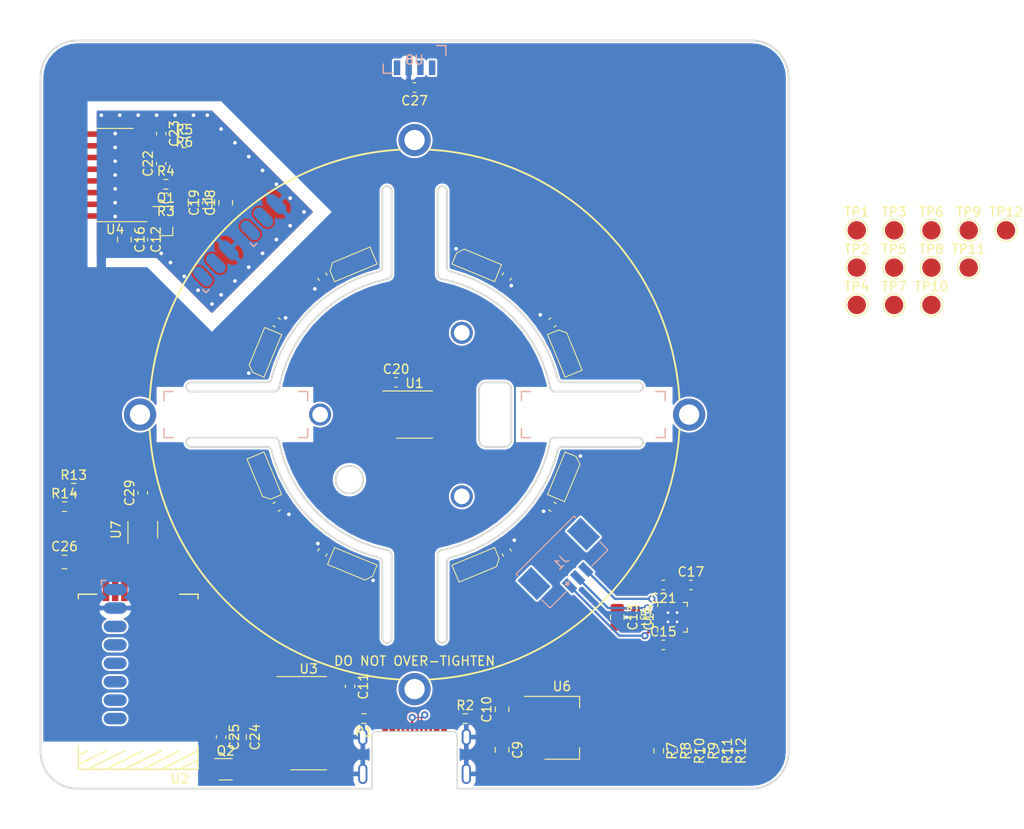
<source format=kicad_pcb>
(kicad_pcb (version 20171130) (host pcbnew 5.1.10-88a1d61d58~90~ubuntu20.04.1)
  (layers (0 F.Cu signal) (31 B.Cu signal) (34 B.Paste user) (35 F.Paste user) (36 B.SilkS user) (37 F.SilkS user) (38 B.Mask user) (39 F.Mask user) (44 Edge.Cuts user))
  (net 0 "")
  (net 1 GND)
  (net 2 +5V)
  (net 3 "Net-(D1-Pad3)")
  (net 4 "Net-(D2-Pad3)")
  (net 5 "Net-(D3-Pad3)")
  (net 6 "Net-(D4-Pad3)")
  (net 7 "Net-(D5-Pad3)")
  (net 8 "Net-(D6-Pad3)")
  (net 9 "Net-(D7-Pad3)")
  (net 10 /USB_CC1)
  (net 11 /USB_D-)
  (net 12 /USB_D+)
  (net 13 /USB_CC2)
  (net 14 +3V3)
  (net 15 "Net-(C15-Pad2)")
  (net 16 /STRAIN_E+)
  (net 17 "Net-(C21-Pad1)")
  (net 18 "Net-(C22-Pad2)")
  (net 19 "Net-(C23-Pad2)")
  (net 20 "Net-(C23-Pad1)")
  (net 21 "Net-(J1-Pad3)")
  (net 22 "Net-(J1-Pad2)")
  (net 23 "Net-(J1-Pad1)")
  (net 24 "Net-(L1-Pad1)")
  (net 25 "Net-(Q1-Pad1)")
  (net 26 "Net-(R3-Pad2)")
  (net 27 /STRAIN_S-)
  (net 28 /STRAIN_S+)
  (net 29 /RTS)
  (net 30 /DTR)
  (net 31 /ESP32_EN)
  (net 32 /ESP32_BOOT)
  (net 33 /USB_SERIAL_RXI)
  (net 34 /USB_SERIAL_TXO)
  (net 35 /LED_DATA_5V)
  (net 36 /LCD_CMD)
  (net 37 /LCD_CS)
  (net 38 /LCD_BACKLIGHT)
  (net 39 /LCD_DATA)
  (net 40 /LCD_SCK)
  (net 41 /LCD_RST)
  (net 42 /MAG_DO)
  (net 43 /MAG_CLK)
  (net 44 /MAG_CSN)
  (net 45 /STRAIN_DO)
  (net 46 /STRAIN_SCK)
  (net 47 /TMC_UH)
  (net 48 /TMC_VH)
  (net 49 /TMC_WH)
  (net 50 /TMC_UL)
  (net 51 /TMC_WL)
  (net 52 /TMC_VL)
  (net 53 /TMC_DIAG)
  (net 54 /LED_DATA_3V3)
  (net 55 /SDA)
  (net 56 /SCL)
  (module TestPoint:TestPoint_Pad_D2.0mm (layer F.Cu) (at 64.2 -20)
    (fp_text reference TP12 (at 0 -1.998) (layer F.SilkS))
    (fp_text value LED)
    (pad 1 smd circle (at 0 0) (size 2 2) (layers F.Cu F.Mask) (net 35 /LED_DATA_5V))
  )
  (module TestPoint:TestPoint_Pad_D2.0mm (layer F.Cu) (at 60.15 -15.95)
    (fp_text reference TP11 (at 0 -1.998) (layer F.SilkS))
    (fp_text value DO)
    (pad 1 smd circle (at 0 0) (size 2 2) (layers F.Cu F.Mask) (net 42 /MAG_DO))
  )
  (module TestPoint:TestPoint_Pad_D2.0mm (layer F.Cu) (at 56.1 -11.9)
    (fp_text reference TP10 (at 0 -1.998) (layer F.SilkS))
    (fp_text value CLK)
    (pad 1 smd circle (at 0 0) (size 2 2) (layers F.Cu F.Mask) (net 43 /MAG_CLK))
  )
  (module TestPoint:TestPoint_Pad_D2.0mm (layer F.Cu) (at 60.15 -20)
    (fp_text reference TP9 (at 0 -1.998) (layer F.SilkS))
    (fp_text value CSN)
    (pad 1 smd circle (at 0 0) (size 2 2) (layers F.Cu F.Mask) (net 44 /MAG_CSN))
  )
  (module TestPoint:TestPoint_Pad_D2.0mm (layer F.Cu) (at 56.1 -15.95)
    (fp_text reference TP8 (at 0 -1.998) (layer F.SilkS))
    (fp_text value W)
    (pad 1 smd circle (at 0 0) (size 2 2) (layers F.Cu F.Mask) (net 23 "Net-(J1-Pad1)"))
  )
  (module TestPoint:TestPoint_Pad_D2.0mm (layer F.Cu) (at 52.05 -11.9)
    (fp_text reference TP7 (at 0 -1.998) (layer F.SilkS))
    (fp_text value V)
    (pad 1 smd circle (at 0 0) (size 2 2) (layers F.Cu F.Mask) (net 22 "Net-(J1-Pad2)"))
  )
  (module TestPoint:TestPoint_Pad_D2.0mm (layer F.Cu) (at 56.1 -20)
    (fp_text reference TP6 (at 0 -1.998) (layer F.SilkS))
    (fp_text value U)
    (pad 1 smd circle (at 0 0) (size 2 2) (layers F.Cu F.Mask) (net 21 "Net-(J1-Pad3)"))
  )
  (module TestPoint:TestPoint_Pad_D2.0mm (layer F.Cu) (at 52.05 -15.95)
    (fp_text reference TP5 (at 0 -1.998) (layer F.SilkS))
    (fp_text value SCL)
    (pad 1 smd circle (at 0 0) (size 2 2) (layers F.Cu F.Mask) (net 56 /SCL))
  )
  (module TestPoint:TestPoint_Pad_D2.0mm (layer F.Cu) (at 48 -11.9)
    (fp_text reference TP4 (at 0 -1.998) (layer F.SilkS))
    (fp_text value SDA)
    (pad 1 smd circle (at 0 0) (size 2 2) (layers F.Cu F.Mask) (net 55 /SDA))
  )
  (module TestPoint:TestPoint_Pad_D2.0mm (layer F.Cu) (at 52.05 -20)
    (fp_text reference TP3 (at 0 -1.998) (layer F.SilkS))
    (fp_text value GND)
    (pad 1 smd circle (at 0 0) (size 2 2) (layers F.Cu F.Mask) (net 1 GND))
  )
  (module TestPoint:TestPoint_Pad_D2.0mm (layer F.Cu) (at 48 -15.95)
    (fp_text reference TP2 (at 0 -1.998) (layer F.SilkS))
    (fp_text value 3.3v)
    (pad 1 smd circle (at 0 0) (size 2 2) (layers F.Cu F.Mask) (net 14 +3V3))
  )
  (module TestPoint:TestPoint_Pad_D2.0mm (layer F.Cu) (at 48 -20)
    (fp_text reference TP1 (at 0 -1.998) (layer F.SilkS))
    (fp_text value 5V)
    (pad 1 smd circle (at 0 0) (size 2 2) (layers F.Cu F.Mask) (net 2 +5V))
  )
  (module view_custom:SolderPads_2mm_3 (layer B.Cu) (at -23 -15 45)
    (fp_text reference J5 hide)
    (fp_text value Strain)
    (pad 3 smd oval (at 4 0 45) (size 1.25 2.5) (layers B.Cu B.Mask) (net 1 GND))
    (pad 2 smd oval (at 2 0 45) (size 1.25 2.5) (layers B.Cu B.Mask) (net 27 /STRAIN_S-))
    (pad 1 smd oval (at 0 0 45) (size 1.25 2.5) (layers B.Cu B.Mask) (net 16 /STRAIN_E+))
  )
  (module view_custom:SolderPads_2mm_3 (layer B.Cu) (at -17.828427 -20 45)
    (fp_text reference J4 hide)
    (fp_text value Strain)
    (pad 3 smd oval (at 4 0 45) (size 1.25 2.5) (layers B.Cu B.Mask) (net 1 GND))
    (pad 2 smd oval (at 2 0 45) (size 1.25 2.5) (layers B.Cu B.Mask) (net 28 /STRAIN_S+))
    (pad 1 smd oval (at 0 0 45) (size 1.25 2.5) (layers B.Cu B.Mask) (net 16 /STRAIN_E+))
  )
  (module view_custom:SolderPads_2mm_8 (layer B.Cu) (at -32.5 19 270)
    (fp_text reference J3 hide)
    (fp_text value LCD)
    (pad 8 smd oval (at 14 0 270) (size 1.25 2.5) (layers B.Cu B.Mask) (net 36 /LCD_CMD))
    (pad 7 smd oval (at 12 0 270) (size 1.25 2.5) (layers B.Cu B.Mask) (net 37 /LCD_CS))
    (pad 6 smd oval (at 10 0 270) (size 1.25 2.5) (layers B.Cu B.Mask) (net 38 /LCD_BACKLIGHT))
    (pad 5 smd oval (at 8 0 270) (size 1.25 2.5) (layers B.Cu B.Mask) (net 39 /LCD_DATA))
    (pad 4 smd oval (at 6 0 270) (size 1.25 2.5) (layers B.Cu B.Mask) (net 40 /LCD_SCK))
    (pad 3 smd oval (at 4 0 270) (size 1.25 2.5) (layers B.Cu B.Mask) (net 41 /LCD_RST))
    (pad 2 smd oval (at 2 0 270) (size 1.25 2.5) (layers B.Cu B.Mask) (net 1 GND))
    (pad 1 smd oval (at 0 0 270) (size 1.25 2.5) (layers B.Cu B.Mask) (net 14 +3V3))
  )
  (module VEML7700:VEML7700-TOP (layer B.Cu) (at 0 -39 180)
    (fp_text reference U8 (at 0 -0.5) (layer B.SilkS) (effects (justify mirror)))
    (fp_text value VEML7700)
    (pad 4 smd rect (at 1.905 -1.35 180) (size 0.7 1.6) (layers B.Cu B.Paste B.Mask) (net 55 /SDA))
    (pad 3 smd rect (at 0.635 -1.35 180) (size 0.7 1.6) (layers B.Cu B.Paste B.Mask) (net 1 GND))
    (pad 2 smd rect (at -0.635 -1.35 180) (size 0.7 1.6) (layers B.Cu B.Paste B.Mask) (net 14 +3V3))
    (pad 1 smd rect (at -1.905 -1.35 180) (size 0.7 1.6) (layers B.Cu B.Paste B.Mask) (net 56 /SCL))
  )
  (module Resistor_SMD:R_0603_1608Metric (layer F.Cu) (at -38 10)
    (fp_text reference R14 (at 0 -1.43) (layer F.SilkS))
    (fp_text value 2.2k)
    (pad 2 smd roundrect (at 0.825 0) (size 0.8 0.95) (layers F.Cu F.Paste F.Mask) (net 56 /SCL))
    (pad 1 smd roundrect (at -0.825 0) (size 0.8 0.95) (layers F.Cu F.Paste F.Mask) (net 14 +3V3))
  )
  (module Resistor_SMD:R_0603_1608Metric (layer F.Cu) (at -37 8)
    (fp_text reference R13 (at 0 -1.43) (layer F.SilkS))
    (fp_text value 2.2k)
    (pad 2 smd roundrect (at 0.825 0) (size 0.8 0.95) (layers F.Cu F.Paste F.Mask) (net 55 /SDA))
    (pad 1 smd roundrect (at -0.825 0) (size 0.8 0.95) (layers F.Cu F.Paste F.Mask) (net 14 +3V3))
  )
  (module Capacitor_SMD:C_0603_1608Metric (layer F.Cu) (at 0 -35.5 180)
    (fp_text reference C27 (at 0 -1.43) (layer F.SilkS))
    (fp_text value 0.1uF)
    (pad 2 smd roundrect (at 0.775 0 180) (size 0.9 0.95) (layers F.Cu F.Paste F.Mask) (net 1 GND))
    (pad 1 smd roundrect (at -0.775 0 180) (size 0.9 0.95) (layers F.Cu F.Paste F.Mask) (net 14 +3V3))
  )
  (module Capacitor_SMD:C_0603_1608Metric (layer F.Cu) (at -14.967 -10 326.2)
    (fp_text reference C8 hide)
    (fp_text value 0.1uF)
    (pad 1 smd roundrect (at -0.775 0 326.2) (size 0.9 0.95) (layers F.Cu F.Paste F.Mask) (net 2 +5V))
    (pad 2 smd roundrect (at 0.775 0 326.2) (size 0.9 0.95) (layers F.Cu F.Paste F.Mask) (net 1 GND))
  )
  (module sk6812:SK6812-SIDE-A (layer F.Cu) (at -15.248051 -8.264664 247.5)
    (fp_text reference D8 hide)
    (fp_text value SK6812SIDE-A)
    (pad 1 smd custom (at 0 0 247.5) (size 1 0.55) (layers F.Cu F.Paste F.Mask) (net 9 "Net-(D7-Pad3)") (options (clearance outline) (anchor rect)) (primitives (gr_poly (pts (xy -0.05 -0.525) (xy 0.5 -0.525) (xy 0.5 0.675) (xy -0.05 0.675)) (width 0))))
    (pad 2 smd rect (at 1.35 0 247.5) (size 0.7 1.2) (drill (offset 0 0.075)) (layers F.Cu F.Paste F.Mask) (net 2 +5V))
    (pad 3 smd rect (at 2.375 0 247.5) (size 0.45 1.2) (drill (offset 0 0.075)) (layers F.Cu F.Paste F.Mask))
    (pad 4 smd custom (at 3.6 0 247.5) (size 1 0.55) (layers F.Cu F.Paste F.Mask) (net 1 GND) (options (clearance outline) (anchor rect)) (primitives (gr_poly (pts (xy 0.05 -0.525) (xy -0.5 -0.525) (xy -0.5 0.675) (xy 0.05 0.675)) (width 0))))
  )
  (module sk6812:SK6812-SIDE-A (layer F.Cu) (at -4.938 -16.626 202.5)
    (fp_text reference D7 hide)
    (fp_text value SK6812SIDE-A)
    (pad 1 smd custom (at 0 0 202.5) (size 1 0.55) (layers F.Cu F.Paste F.Mask) (net 8 "Net-(D6-Pad3)") (options (clearance outline) (anchor rect)) (primitives (gr_poly (pts (xy -0.05 -0.525) (xy 0.5 -0.525) (xy 0.5 0.675) (xy -0.05 0.675)) (width 0))))
    (pad 2 smd rect (at 1.35 0 202.5) (size 0.7 1.2) (drill (offset 0 0.075)) (layers F.Cu F.Paste F.Mask) (net 2 +5V))
    (pad 3 smd rect (at 2.375 0 202.5) (size 0.45 1.2) (drill (offset 0 0.075)) (layers F.Cu F.Paste F.Mask) (net 9 "Net-(D7-Pad3)"))
    (pad 4 smd custom (at 3.6 0 202.5) (size 1 0.55) (layers F.Cu F.Paste F.Mask) (net 1 GND) (options (clearance outline) (anchor rect)) (primitives (gr_poly (pts (xy 0.05 -0.525) (xy -0.5 -0.525) (xy -0.5 0.675) (xy 0.05 0.675)) (width 0))))
  )
  (module Capacitor_SMD:C_0603_1608Metric (layer F.Cu) (at -10 -14.967 303.7)
    (fp_text reference C7 hide)
    (fp_text value 0.1uF)
    (pad 1 smd roundrect (at -0.775 0 303.7) (size 0.9 0.95) (layers F.Cu F.Paste F.Mask) (net 2 +5V))
    (pad 2 smd roundrect (at 0.775 0 303.7) (size 0.9 0.95) (layers F.Cu F.Paste F.Mask) (net 1 GND))
  )
  (module Capacitor_SMD:C_0603_1608Metric (layer F.Cu) (at 10 -14.967 236.2)
    (fp_text reference C6 hide)
    (fp_text value 0.1uF)
    (pad 1 smd roundrect (at -0.775 0 236.2) (size 0.9 0.95) (layers F.Cu F.Paste F.Mask) (net 2 +5V))
    (pad 2 smd roundrect (at 0.775 0 236.2) (size 0.9 0.95) (layers F.Cu F.Paste F.Mask) (net 1 GND))
  )
  (module sk6812:SK6812-SIDE-A (layer F.Cu) (at 8.264664 -15.248051 157.5)
    (fp_text reference D6 hide)
    (fp_text value SK6812SIDE-A)
    (pad 1 smd custom (at 0 0 157.5) (size 1 0.55) (layers F.Cu F.Paste F.Mask) (net 7 "Net-(D5-Pad3)") (options (clearance outline) (anchor rect)) (primitives (gr_poly (pts (xy -0.05 -0.525) (xy 0.5 -0.525) (xy 0.5 0.675) (xy -0.05 0.675)) (width 0))))
    (pad 2 smd rect (at 1.35 0 157.5) (size 0.7 1.2) (drill (offset 0 0.075)) (layers F.Cu F.Paste F.Mask) (net 2 +5V))
    (pad 3 smd rect (at 2.375 0 157.5) (size 0.45 1.2) (drill (offset 0 0.075)) (layers F.Cu F.Paste F.Mask) (net 8 "Net-(D6-Pad3)"))
    (pad 4 smd custom (at 3.6 0 157.5) (size 1 0.55) (layers F.Cu F.Paste F.Mask) (net 1 GND) (options (clearance outline) (anchor rect)) (primitives (gr_poly (pts (xy 0.05 -0.525) (xy -0.5 -0.525) (xy -0.5 0.675) (xy 0.05 0.675)) (width 0))))
  )
  (module sk6812:SK6812-SIDE-A (layer F.Cu) (at 16.626 -4.938 112.5)
    (fp_text reference D5 hide)
    (fp_text value SK6812SIDE-A)
    (pad 1 smd custom (at 0 0 112.5) (size 1 0.55) (layers F.Cu F.Paste F.Mask) (net 6 "Net-(D4-Pad3)") (options (clearance outline) (anchor rect)) (primitives (gr_poly (pts (xy -0.05 -0.525) (xy 0.5 -0.525) (xy 0.5 0.675) (xy -0.05 0.675)) (width 0))))
    (pad 2 smd rect (at 1.35 0 112.5) (size 0.7 1.2) (drill (offset 0 0.075)) (layers F.Cu F.Paste F.Mask) (net 2 +5V))
    (pad 3 smd rect (at 2.375 0 112.5) (size 0.45 1.2) (drill (offset 0 0.075)) (layers F.Cu F.Paste F.Mask) (net 7 "Net-(D5-Pad3)"))
    (pad 4 smd custom (at 3.6 0 112.5) (size 1 0.55) (layers F.Cu F.Paste F.Mask) (net 1 GND) (options (clearance outline) (anchor rect)) (primitives (gr_poly (pts (xy 0.05 -0.525) (xy -0.5 -0.525) (xy -0.5 0.675) (xy 0.05 0.675)) (width 0))))
  )
  (module Capacitor_SMD:C_0603_1608Metric (layer F.Cu) (at 14.967 -10 213.7)
    (fp_text reference C5 hide)
    (fp_text value 0.1uF)
    (pad 1 smd roundrect (at -0.775 0 213.7) (size 0.9 0.95) (layers F.Cu F.Paste F.Mask) (net 2 +5V))
    (pad 2 smd roundrect (at 0.775 0 213.7) (size 0.9 0.95) (layers F.Cu F.Paste F.Mask) (net 1 GND))
  )
  (module Capacitor_SMD:C_0603_1608Metric (layer F.Cu) (at 14.967 10 146.2)
    (fp_text reference C4 hide)
    (fp_text value 0.1uF)
    (pad 1 smd roundrect (at -0.775 0 146.2) (size 0.9 0.95) (layers F.Cu F.Paste F.Mask) (net 2 +5V))
    (pad 2 smd roundrect (at 0.775 0 146.2) (size 0.9 0.95) (layers F.Cu F.Paste F.Mask) (net 1 GND))
  )
  (module sk6812:SK6812-SIDE-A (layer F.Cu) (at 15.248051 8.264664 67.5)
    (fp_text reference D4 hide)
    (fp_text value SK6812SIDE-A)
    (pad 1 smd custom (at 0 0 67.5) (size 1 0.55) (layers F.Cu F.Paste F.Mask) (net 5 "Net-(D3-Pad3)") (options (clearance outline) (anchor rect)) (primitives (gr_poly (pts (xy -0.05 -0.525) (xy 0.5 -0.525) (xy 0.5 0.675) (xy -0.05 0.675)) (width 0))))
    (pad 2 smd rect (at 1.35 0 67.5) (size 0.7 1.2) (drill (offset 0 0.075)) (layers F.Cu F.Paste F.Mask) (net 2 +5V))
    (pad 3 smd rect (at 2.375 0 67.5) (size 0.45 1.2) (drill (offset 0 0.075)) (layers F.Cu F.Paste F.Mask) (net 6 "Net-(D4-Pad3)"))
    (pad 4 smd custom (at 3.6 0 67.5) (size 1 0.55) (layers F.Cu F.Paste F.Mask) (net 1 GND) (options (clearance outline) (anchor rect)) (primitives (gr_poly (pts (xy 0.05 -0.525) (xy -0.5 -0.525) (xy -0.5 0.675) (xy 0.05 0.675)) (width 0))))
  )
  (module sk6812:SK6812-SIDE-A (layer F.Cu) (at 4.938 16.626 22.5)
    (fp_text reference D3 hide)
    (fp_text value SK6812SIDE-A)
    (pad 1 smd custom (at 0 0 22.5) (size 1 0.55) (layers F.Cu F.Paste F.Mask) (net 4 "Net-(D2-Pad3)") (options (clearance outline) (anchor rect)) (primitives (gr_poly (pts (xy -0.05 -0.525) (xy 0.5 -0.525) (xy 0.5 0.675) (xy -0.05 0.675)) (width 0))))
    (pad 2 smd rect (at 1.35 0 22.5) (size 0.7 1.2) (drill (offset 0 0.075)) (layers F.Cu F.Paste F.Mask) (net 2 +5V))
    (pad 3 smd rect (at 2.375 0 22.5) (size 0.45 1.2) (drill (offset 0 0.075)) (layers F.Cu F.Paste F.Mask) (net 5 "Net-(D3-Pad3)"))
    (pad 4 smd custom (at 3.6 0 22.5) (size 1 0.55) (layers F.Cu F.Paste F.Mask) (net 1 GND) (options (clearance outline) (anchor rect)) (primitives (gr_poly (pts (xy 0.05 -0.525) (xy -0.5 -0.525) (xy -0.5 0.675) (xy 0.05 0.675)) (width 0))))
  )
  (module Capacitor_SMD:C_0603_1608Metric (layer F.Cu) (at 10 14.967 123.7)
    (fp_text reference C3 hide)
    (fp_text value 0.1uF)
    (pad 1 smd roundrect (at -0.775 0 123.7) (size 0.9 0.95) (layers F.Cu F.Paste F.Mask) (net 2 +5V))
    (pad 2 smd roundrect (at 0.775 0 123.7) (size 0.9 0.95) (layers F.Cu F.Paste F.Mask) (net 1 GND))
  )
  (module Resistor_SMD:R_0603_1608Metric (layer F.Cu) (at 34 36.5 270)
    (fp_text reference R12 (at 0 -1.43 90) (layer F.SilkS))
    (fp_text value 100k)
    (pad 2 smd roundrect (at 0.825 0 270) (size 0.8 0.95) (layers F.Cu F.Paste F.Mask) (net 1 GND))
    (pad 1 smd roundrect (at -0.825 0 270) (size 0.8 0.95) (layers F.Cu F.Paste F.Mask) (net 51 /TMC_WL))
  )
  (module Resistor_SMD:R_0603_1608Metric (layer F.Cu) (at 32.5 36.5 270)
    (fp_text reference R11 (at 0 -1.43 90) (layer F.SilkS))
    (fp_text value 100k)
    (pad 2 smd roundrect (at 0.825 0 270) (size 0.8 0.95) (layers F.Cu F.Paste F.Mask) (net 1 GND))
    (pad 1 smd roundrect (at -0.825 0 270) (size 0.8 0.95) (layers F.Cu F.Paste F.Mask) (net 49 /TMC_WH))
  )
  (module Resistor_SMD:R_0603_1608Metric (layer F.Cu) (at 29.5 36.5 270)
    (fp_text reference R10 (at 0 -1.43 90) (layer F.SilkS))
    (fp_text value 100k)
    (pad 2 smd roundrect (at 0.825 0 270) (size 0.8 0.95) (layers F.Cu F.Paste F.Mask) (net 1 GND))
    (pad 1 smd roundrect (at -0.825 0 270) (size 0.8 0.95) (layers F.Cu F.Paste F.Mask) (net 52 /TMC_VL))
  )
  (module Resistor_SMD:R_0603_1608Metric (layer F.Cu) (at 31 36.5 270)
    (fp_text reference R9 (at 0 -1.43 90) (layer F.SilkS))
    (fp_text value 100k)
    (pad 2 smd roundrect (at 0.825 0 270) (size 0.8 0.95) (layers F.Cu F.Paste F.Mask) (net 1 GND))
    (pad 1 smd roundrect (at -0.825 0 270) (size 0.8 0.95) (layers F.Cu F.Paste F.Mask) (net 48 /TMC_VH))
  )
  (module Resistor_SMD:R_0603_1608Metric (layer F.Cu) (at 28 36.5 270)
    (fp_text reference R8 (at 0 -1.43 90) (layer F.SilkS))
    (fp_text value 100k)
    (pad 2 smd roundrect (at 0.825 0 270) (size 0.8 0.95) (layers F.Cu F.Paste F.Mask) (net 1 GND))
    (pad 1 smd roundrect (at -0.825 0 270) (size 0.8 0.95) (layers F.Cu F.Paste F.Mask) (net 50 /TMC_UL))
  )
  (module Resistor_SMD:R_0603_1608Metric (layer F.Cu) (at 26.5 36.5 270)
    (fp_text reference R7 (at 0 -1.43 90) (layer F.SilkS))
    (fp_text value 100k)
    (pad 2 smd roundrect (at 0.825 0 270) (size 0.8 0.95) (layers F.Cu F.Paste F.Mask) (net 1 GND))
    (pad 1 smd roundrect (at -0.825 0 270) (size 0.8 0.95) (layers F.Cu F.Paste F.Mask) (net 47 /TMC_UH))
  )
  (module Capacitor_SMD:C_0603_1608Metric (layer F.Cu) (at -29.5 -19 270)
    (fp_text reference C12 (at 0 -1.43 90) (layer F.SilkS))
    (fp_text value 0.1uF)
    (pad 2 smd roundrect (at 0.775 0 270) (size 0.9 0.95) (layers F.Cu F.Paste F.Mask) (net 1 GND))
    (pad 1 smd roundrect (at -0.775 0 270) (size 0.9 0.95) (layers F.Cu F.Paste F.Mask) (net 14 +3V3))
  )
  (module sk6812:SK6812-SIDE-A (layer F.Cu) (at -8.264664 15.248051 337.5)
    (fp_text reference D2 hide)
    (fp_text value SK6812SIDE-A)
    (pad 4 smd custom (at 3.6 0 337.5) (size 1 0.55) (layers F.Cu F.Paste F.Mask) (net 1 GND) (options (clearance outline) (anchor rect)) (primitives (gr_poly (pts (xy 0.05 -0.525) (xy -0.5 -0.525) (xy -0.5 0.675) (xy 0.05 0.675)) (width 0))))
    (pad 3 smd rect (at 2.375 0 337.5) (size 0.45 1.2) (drill (offset 0 0.075)) (layers F.Cu F.Paste F.Mask) (net 4 "Net-(D2-Pad3)"))
    (pad 2 smd rect (at 1.35 0 337.5) (size 0.7 1.2) (drill (offset 0 0.075)) (layers F.Cu F.Paste F.Mask) (net 2 +5V))
    (pad 1 smd custom (at 0 0 337.5) (size 1 0.55) (layers F.Cu F.Paste F.Mask) (net 3 "Net-(D1-Pad3)") (options (clearance outline) (anchor rect)) (primitives (gr_poly (pts (xy -0.05 -0.525) (xy 0.5 -0.525) (xy 0.5 0.675) (xy -0.05 0.675)) (width 0))))
  )
  (module sk6812:SK6812-SIDE-A (layer F.Cu) (at -16.626 4.938 292.5)
    (fp_text reference D1 hide)
    (fp_text value SK6812SIDE-A)
    (pad 4 smd custom (at 3.6 0 292.5) (size 1 0.55) (layers F.Cu F.Paste F.Mask) (net 1 GND) (options (clearance outline) (anchor rect)) (primitives (gr_poly (pts (xy 0.05 -0.525) (xy -0.5 -0.525) (xy -0.5 0.675) (xy 0.05 0.675)) (width 0))))
    (pad 3 smd rect (at 2.375 0 292.5) (size 0.45 1.2) (drill (offset 0 0.075)) (layers F.Cu F.Paste F.Mask) (net 3 "Net-(D1-Pad3)"))
    (pad 2 smd rect (at 1.35 0 292.5) (size 0.7 1.2) (drill (offset 0 0.075)) (layers F.Cu F.Paste F.Mask) (net 2 +5V))
    (pad 1 smd custom (at 0 0 292.5) (size 1 0.55) (layers F.Cu F.Paste F.Mask) (net 35 /LED_DATA_5V) (options (clearance outline) (anchor rect)) (primitives (gr_poly (pts (xy -0.05 -0.525) (xy 0.5 -0.525) (xy 0.5 0.675) (xy -0.05 0.675)) (width 0))))
  )
  (module Package_TO_SOT_SMD:SOT-23-5 (layer F.Cu) (at -29.5 12.5 90)
    (fp_text reference U7 (at 0 -2.9 90) (layer F.SilkS))
    (fp_text value SN74LV1T34DBV)
    (pad 5 smd rect (at 1.1 -0.95 90) (size 1.06 0.65) (layers F.Cu F.Paste F.Mask) (net 2 +5V))
    (pad 4 smd rect (at 1.1 0.95 90) (size 1.06 0.65) (layers F.Cu F.Paste F.Mask) (net 35 /LED_DATA_5V))
    (pad 3 smd rect (at -1.1 0.95 90) (size 1.06 0.65) (layers F.Cu F.Paste F.Mask) (net 1 GND))
    (pad 2 smd rect (at -1.1 0 90) (size 1.06 0.65) (layers F.Cu F.Paste F.Mask) (net 54 /LED_DATA_3V3))
    (pad 1 smd rect (at -1.1 -0.95 90) (size 1.06 0.65) (layers F.Cu F.Paste F.Mask))
  )
  (module Capacitor_SMD:C_0603_1608Metric (layer F.Cu) (at -29.5 8.5 90)
    (fp_text reference C29 (at 0 -1.43 90) (layer F.SilkS))
    (fp_text value 0.1uF)
    (pad 2 smd roundrect (at 0.775 0 90) (size 0.9 0.95) (layers F.Cu F.Paste F.Mask) (net 1 GND))
    (pad 1 smd roundrect (at -0.775 0 90) (size 0.9 0.95) (layers F.Cu F.Paste F.Mask) (net 2 +5V))
  )
  (module view_custom:ViewKeepouts3d (layer F.Cu) (at 0 0 180)
    (fp_text reference Z5 hide)
    (fp_text value dummy_keepouts)
  )
  (module GCT_USB:USB4510 (layer F.Cu) (at 0 40.6)
    (fp_text reference J2)
    (fp_text value USB_C_Receptacle_USB2.0)
    (fp_line (start 4.62 0) (end 4.62 -5.7) (layer Edge.Cuts) (width 0.12))
    (fp_line (start -4.12 -6.2) (end 4.12 -6.2) (layer Edge.Cuts) (width 0.12))
    (fp_line (start -4.62 0) (end -4.62 -5.7) (layer Edge.Cuts) (width 0.12))
    (fp_arc (start 4.12 -5.7) (end 4.62 -5.7) (angle -90) (layer Edge.Cuts) (width 0.12))
    (fp_arc (start -4.12 -5.7) (end -4.12 -6.2) (angle -90) (layer Edge.Cuts) (width 0.12))
    (pad A12 smd rect (at 3.2 -6.75) (size 0.6 1.1) (layers F.Cu F.Paste F.Mask) (net 1 GND))
    (pad B1 smd rect (at 3.2 -6.75) (size 0.6 1.1) (layers F.Cu F.Paste F.Mask) (net 1 GND))
    (pad B4 smd rect (at 2.4 -6.75) (size 0.6 1.1) (layers F.Cu F.Paste F.Mask) (net 2 +5V))
    (pad A9 smd rect (at 2.4 -6.75) (size 0.6 1.1) (layers F.Cu F.Paste F.Mask) (net 2 +5V))
    (pad B5 smd rect (at 1.75 -6.75) (size 0.3 1.1) (layers F.Cu F.Paste F.Mask) (net 13 /USB_CC2))
    (pad A8 smd rect (at 1.25 -6.75) (size 0.3 1.1) (layers F.Cu F.Paste F.Mask))
    (pad B6 smd rect (at 0.75 -6.75) (size 0.3 1.1) (layers F.Cu F.Paste F.Mask) (net 12 /USB_D+))
    (pad A7 smd rect (at 0.25 -6.75) (size 0.3 1.1) (layers F.Cu F.Paste F.Mask) (net 11 /USB_D-))
    (pad A6 smd rect (at -0.25 -6.75) (size 0.3 1.1) (layers F.Cu F.Paste F.Mask) (net 12 /USB_D+))
    (pad B7 smd rect (at -0.75 -6.75) (size 0.3 1.1) (layers F.Cu F.Paste F.Mask) (net 11 /USB_D-))
    (pad A5 smd rect (at -1.25 -6.75) (size 0.3 1.1) (layers F.Cu F.Paste F.Mask) (net 10 /USB_CC1))
    (pad B8 smd rect (at -1.75 -6.75) (size 0.3 1.1) (layers F.Cu F.Paste F.Mask))
    (pad B9 smd rect (at -2.4 -6.75) (size 0.6 1.1) (layers F.Cu F.Paste F.Mask) (net 2 +5V))
    (pad B12 smd rect (at -3.2 -6.75) (size 0.6 1.1) (layers F.Cu F.Paste F.Mask) (net 1 GND))
    (pad A4 smd rect (at -2.4 -6.75) (size 0.6 1.1) (layers F.Cu F.Paste F.Mask) (net 2 +5V))
    (pad A1 smd rect (at -3.2 -6.75) (size 0.6 1.1) (layers F.Cu F.Paste F.Mask) (net 1 GND))
    (pad S1 thru_hole oval (at -5.62 -5.6) (size 1 1.8) (drill oval 0.6 1.4) (layers *.Cu *.Mask) (net 1 GND))
    (pad S1 thru_hole oval (at 5.62 -1.6) (size 1 2.2) (drill oval 0.6 1.8) (layers *.Cu *.Mask) (net 1 GND))
    (pad S1 thru_hole oval (at -5.62 -1.6) (size 1 2.2) (drill oval 0.6 1.8) (layers *.Cu *.Mask) (net 1 GND))
    (pad S1 thru_hole oval (at 5.62 -5.6) (size 1 1.8) (drill oval 0.6 1.4) (layers *.Cu *.Mask) (net 1 GND))
  )
  (module strain:BF350-3AA (layer B.Cu) (at -23.2 0 270)
    (fp_text reference Z4)
    (fp_text value strain)
  )
  (module strain:BF350-3AA (layer B.Cu) (at -15.6 0 90)
    (fp_text reference Z3)
    (fp_text value strain)
  )
  (module strain:BF350-3AA (layer B.Cu) (at 23.2 0 90)
    (fp_text reference Z2)
    (fp_text value strain)
  )
  (module strain:BF350-3AA (layer B.Cu) (at 15.6 0 270)
    (fp_text reference Z1)
    (fp_text value strain)
  )
  (module Package_TO_SOT_SMD:SOT-363_SC-70-6 (layer F.Cu) (at -20.5 38.5)
    (fp_text reference Q2 (at 0 -2) (layer F.SilkS))
    (fp_text value UMH3N)
    (pad 6 smd rect (at 0.95 -0.65) (size 0.65 0.4) (layers F.Cu F.Paste F.Mask) (net 31 /ESP32_EN))
    (pad 4 smd rect (at 0.95 0.65) (size 0.65 0.4) (layers F.Cu F.Paste F.Mask) (net 30 /DTR))
    (pad 2 smd rect (at -0.95 0) (size 0.65 0.4) (layers F.Cu F.Paste F.Mask) (net 30 /DTR))
    (pad 5 smd rect (at 0.95 0) (size 0.65 0.4) (layers F.Cu F.Paste F.Mask) (net 29 /RTS))
    (pad 3 smd rect (at -0.95 0.65) (size 0.65 0.4) (layers F.Cu F.Paste F.Mask) (net 32 /ESP32_BOOT))
    (pad 1 smd rect (at -0.95 -0.65) (size 0.65 0.4) (layers F.Cu F.Paste F.Mask) (net 29 /RTS))
  )
  (module Capacitor_SMD:C_0805_2012Metric (layer F.Cu) (at -38 16)
    (fp_text reference C26 (at 0 -1.68) (layer F.SilkS))
    (fp_text value 10uF)
    (pad 2 smd roundrect (at 0.95 0) (size 1 1.45) (layers F.Cu F.Paste F.Mask) (net 1 GND))
    (pad 1 smd roundrect (at -0.95 0) (size 1 1.45) (layers F.Cu F.Paste F.Mask) (net 14 +3V3))
  )
  (module Capacitor_SMD:C_0603_1608Metric (layer F.Cu) (at -21 35 270)
    (fp_text reference C25 (at 0 -1.43 90) (layer F.SilkS))
    (fp_text value 0.1uF)
    (pad 2 smd roundrect (at 0.775 0 270) (size 0.9 0.95) (layers F.Cu F.Paste F.Mask) (net 1 GND))
    (pad 1 smd roundrect (at -0.775 0 270) (size 0.9 0.95) (layers F.Cu F.Paste F.Mask) (net 14 +3V3))
  )
  (module Capacitor_SMD:C_0805_2012Metric (layer F.Cu) (at -19 35 270)
    (fp_text reference C24 (at 0 -1.68 90) (layer F.SilkS))
    (fp_text value 10uF)
    (pad 2 smd roundrect (at 0.95 0 270) (size 1 1.45) (layers F.Cu F.Paste F.Mask) (net 1 GND))
    (pad 1 smd roundrect (at -0.95 0 270) (size 1 1.45) (layers F.Cu F.Paste F.Mask) (net 14 +3V3))
  )
  (module Package_TO_SOT_SMD:SOT-223-3_TabPin2 (layer F.Cu) (at 16 34)
    (fp_text reference U6 (at 0 -4.5) (layer F.SilkS))
    (fp_text value AP1117-33)
    (pad 1 smd rect (at -3.15 -2.3) (size 2 1.5) (layers F.Cu F.Paste F.Mask) (net 1 GND))
    (pad 3 smd rect (at -3.15 2.3) (size 2 1.5) (layers F.Cu F.Paste F.Mask) (net 2 +5V))
    (pad 2 smd rect (at -3.15 0) (size 2 1.5) (layers F.Cu F.Paste F.Mask) (net 14 +3V3))
    (pad 2 smd rect (at 3.15 0) (size 2 3.8) (layers F.Cu F.Paste F.Mask) (net 14 +3V3))
  )
  (module Resistor_SMD:R_0603_1608Metric (layer F.Cu) (at -25 -31 180)
    (fp_text reference R6 (at 0 -1.43) (layer F.SilkS))
    (fp_text value 100)
    (pad 2 smd roundrect (at 0.825 0 180) (size 0.8 0.95) (layers F.Cu F.Paste F.Mask) (net 20 "Net-(C23-Pad1)"))
    (pad 1 smd roundrect (at -0.825 0 180) (size 0.8 0.95) (layers F.Cu F.Paste F.Mask) (net 28 /STRAIN_S+))
  )
  (module Resistor_SMD:R_0603_1608Metric (layer F.Cu) (at -25 -29.5)
    (fp_text reference R5 (at 0 -1.43) (layer F.SilkS))
    (fp_text value 100)
    (pad 2 smd roundrect (at 0.825 0) (size 0.8 0.95) (layers F.Cu F.Paste F.Mask) (net 27 /STRAIN_S-))
    (pad 1 smd roundrect (at -0.825 0) (size 0.8 0.95) (layers F.Cu F.Paste F.Mask) (net 19 "Net-(C23-Pad2)"))
  )
  (module Resistor_SMD:R_0603_1608Metric (layer F.Cu) (at -27 -25)
    (fp_text reference R4 (at 0 -1.43) (layer F.SilkS))
    (fp_text value 8.2k)
    (pad 2 smd roundrect (at 0.825 0) (size 0.8 0.95) (layers F.Cu F.Paste F.Mask) (net 1 GND))
    (pad 1 smd roundrect (at -0.825 0) (size 0.8 0.95) (layers F.Cu F.Paste F.Mask) (net 26 "Net-(R3-Pad2)"))
  )
  (module Resistor_SMD:R_0603_1608Metric (layer F.Cu) (at -27 -23.5 180)
    (fp_text reference R3 (at 0 -1.43) (layer F.SilkS))
    (fp_text value 20k)
    (pad 2 smd roundrect (at 0.825 0 180) (size 0.8 0.95) (layers F.Cu F.Paste F.Mask) (net 26 "Net-(R3-Pad2)"))
    (pad 1 smd roundrect (at -0.825 0 180) (size 0.8 0.95) (layers F.Cu F.Paste F.Mask) (net 24 "Net-(L1-Pad1)"))
  )
  (module Package_TO_SOT_SMD:SOT-23 (layer F.Cu) (at -27 -21)
    (fp_text reference Q1 (at 0 -2.5) (layer F.SilkS))
    (fp_text value MMBT4403)
    (pad 3 smd rect (at 1 0) (size 0.9 0.8) (layers F.Cu F.Paste F.Mask) (net 24 "Net-(L1-Pad1)"))
    (pad 2 smd rect (at -1 0.95) (size 0.9 0.8) (layers F.Cu F.Paste F.Mask) (net 14 +3V3))
    (pad 1 smd rect (at -1 -0.95) (size 0.9 0.8) (layers F.Cu F.Paste F.Mask) (net 25 "Net-(Q1-Pad1)"))
  )
  (module Inductor_SMD:L_0805_2012Metric (layer F.Cu) (at -24 -23 270)
    (fp_text reference L1 (at 0 -1.55 90) (layer F.SilkS))
    (fp_text value 3.3uH)
    (pad 2 smd roundrect (at 1.0625 0 270) (size 0.875 1.2) (layers F.Cu F.Paste F.Mask) (net 16 /STRAIN_E+))
    (pad 1 smd roundrect (at -1.0625 0 270) (size 0.875 1.2) (layers F.Cu F.Paste F.Mask) (net 24 "Net-(L1-Pad1)"))
  )
  (module Capacitor_SMD:C_0603_1608Metric (layer F.Cu) (at -27.5 -30.5 270)
    (fp_text reference C23 (at 0 -1.43 90) (layer F.SilkS))
    (fp_text value 0.1uF)
    (pad 2 smd roundrect (at 0.775 0 270) (size 0.9 0.95) (layers F.Cu F.Paste F.Mask) (net 19 "Net-(C23-Pad2)"))
    (pad 1 smd roundrect (at -0.775 0 270) (size 0.9 0.95) (layers F.Cu F.Paste F.Mask) (net 20 "Net-(C23-Pad1)"))
  )
  (module Capacitor_SMD:C_0603_1608Metric (layer F.Cu) (at -27.5 -27.25 90)
    (fp_text reference C22 (at 0 -1.43 90) (layer F.SilkS))
    (fp_text value 0.1uF)
    (pad 2 smd roundrect (at 0.775 0 90) (size 0.9 0.95) (layers F.Cu F.Paste F.Mask) (net 18 "Net-(C22-Pad2)"))
    (pad 1 smd roundrect (at -0.775 0 90) (size 0.9 0.95) (layers F.Cu F.Paste F.Mask) (net 1 GND))
  )
  (module Capacitor_SMD:C_0603_1608Metric (layer F.Cu) (at 27 18.5 180)
    (fp_text reference C21 (at 0 -1.43) (layer F.SilkS))
    (fp_text value 0.1uF)
    (pad 2 smd roundrect (at 0.775 0 180) (size 0.9 0.95) (layers F.Cu F.Paste F.Mask) (net 1 GND))
    (pad 1 smd roundrect (at -0.775 0 180) (size 0.9 0.95) (layers F.Cu F.Paste F.Mask) (net 17 "Net-(C21-Pad1)"))
  )
  (module Capacitor_SMD:C_0603_1608Metric (layer F.Cu) (at -2 -3.5)
    (fp_text reference C20 (at 0 -1.43) (layer F.SilkS))
    (fp_text value 0.1uF)
    (pad 2 smd roundrect (at 0.775 0) (size 0.9 0.95) (layers F.Cu F.Paste F.Mask) (net 1 GND))
    (pad 1 smd roundrect (at -0.775 0) (size 0.9 0.95) (layers F.Cu F.Paste F.Mask) (net 14 +3V3))
  )
  (module Capacitor_SMD:C_0603_1608Metric (layer F.Cu) (at -22.5 -23 90)
    (fp_text reference C19 (at 0 -1.43 90) (layer F.SilkS))
    (fp_text value 0.1uF)
    (pad 2 smd roundrect (at 0.775 0 90) (size 0.9 0.95) (layers F.Cu F.Paste F.Mask) (net 1 GND))
    (pad 1 smd roundrect (at -0.775 0 90) (size 0.9 0.95) (layers F.Cu F.Paste F.Mask) (net 16 /STRAIN_E+))
  )
  (module Capacitor_SMD:C_0805_2012Metric (layer F.Cu) (at -20.5 -23 90)
    (fp_text reference C18 (at 0 -1.68 90) (layer F.SilkS))
    (fp_text value 10uF)
    (pad 2 smd roundrect (at 0.95 0 90) (size 1 1.45) (layers F.Cu F.Paste F.Mask) (net 1 GND))
    (pad 1 smd roundrect (at -0.95 0 90) (size 1 1.45) (layers F.Cu F.Paste F.Mask) (net 16 /STRAIN_E+))
  )
  (module Capacitor_SMD:C_0603_1608Metric (layer F.Cu) (at 30 18.5)
    (fp_text reference C17 (at 0 -1.43) (layer F.SilkS))
    (fp_text value 0.1uF)
    (pad 2 smd roundrect (at 0.775 0) (size 0.9 0.95) (layers F.Cu F.Paste F.Mask) (net 1 GND))
    (pad 1 smd roundrect (at -0.775 0) (size 0.9 0.95) (layers F.Cu F.Paste F.Mask) (net 14 +3V3))
  )
  (module Capacitor_SMD:C_0805_2012Metric (layer F.Cu) (at -31.5 -19 270)
    (fp_text reference C16 (at 0 -1.68 90) (layer F.SilkS))
    (fp_text value 10uF)
    (pad 2 smd roundrect (at 0.95 0 270) (size 1 1.45) (layers F.Cu F.Paste F.Mask) (net 1 GND))
    (pad 1 smd roundrect (at -0.95 0 270) (size 1 1.45) (layers F.Cu F.Paste F.Mask) (net 14 +3V3))
  )
  (module Capacitor_SMD:C_0603_1608Metric (layer F.Cu) (at 27 25)
    (fp_text reference C15 (at 0 -1.43) (layer F.SilkS))
    (fp_text value 0.1uF)
    (pad 2 smd roundrect (at 0.775 0) (size 0.9 0.95) (layers F.Cu F.Paste F.Mask) (net 15 "Net-(C15-Pad2)"))
    (pad 1 smd roundrect (at -0.775 0) (size 0.9 0.95) (layers F.Cu F.Paste F.Mask) (net 2 +5V))
  )
  (module Capacitor_SMD:C_0603_1608Metric (layer F.Cu) (at 24 22 270)
    (fp_text reference C14 (at 0 -1.43 90) (layer F.SilkS))
    (fp_text value 0.1uF)
    (pad 2 smd roundrect (at 0.775 0 270) (size 0.9 0.95) (layers F.Cu F.Paste F.Mask) (net 1 GND))
    (pad 1 smd roundrect (at -0.775 0 270) (size 0.9 0.95) (layers F.Cu F.Paste F.Mask) (net 2 +5V))
  )
  (module Capacitor_SMD:C_0805_2012Metric (layer F.Cu) (at 22 22 270)
    (fp_text reference C13 (at 0 -1.68 90) (layer F.SilkS))
    (fp_text value 22uF)
    (pad 2 smd roundrect (at 0.95 0 270) (size 1 1.45) (layers F.Cu F.Paste F.Mask) (net 1 GND))
    (pad 1 smd roundrect (at -0.95 0 270) (size 1 1.45) (layers F.Cu F.Paste F.Mask) (net 2 +5V))
  )
  (module Capacitor_SMD:C_0603_1608Metric (layer F.Cu) (at -7 29.5 270)
    (fp_text reference C11 (at 0 -1.43 90) (layer F.SilkS))
    (fp_text value 0.1uF)
    (pad 2 smd roundrect (at 0.775 0 270) (size 0.9 0.95) (layers F.Cu F.Paste F.Mask) (net 1 GND))
    (pad 1 smd roundrect (at -0.775 0 270) (size 0.9 0.95) (layers F.Cu F.Paste F.Mask) (net 14 +3V3))
  )
  (module Capacitor_SMD:C_0805_2012Metric (layer F.Cu) (at 9.5 32 90)
    (fp_text reference C10 (at 0 -1.68 90) (layer F.SilkS))
    (fp_text value 10uF)
    (pad 2 smd roundrect (at 0.95 0 90) (size 1 1.45) (layers F.Cu F.Paste F.Mask) (net 1 GND))
    (pad 1 smd roundrect (at -0.95 0 90) (size 1 1.45) (layers F.Cu F.Paste F.Mask) (net 14 +3V3))
  )
  (module Capacitor_SMD:C_0805_2012Metric (layer F.Cu) (at 9.5 36.4 270)
    (fp_text reference C9 (at 0 -1.68 90) (layer F.SilkS))
    (fp_text value 10uF)
    (pad 2 smd roundrect (at 0.95 0 270) (size 1 1.45) (layers F.Cu F.Paste F.Mask) (net 1 GND))
    (pad 1 smd roundrect (at -0.95 0 270) (size 1 1.45) (layers F.Cu F.Paste F.Mask) (net 2 +5V))
  )
  (module Modified:QFN-20-1EP_3x3mm_P0.4mm_EP1.65x1.65mm_ThermalVias_LargerViaHoles (layer F.Cu) (at 28 22 90)
    (fp_text reference U5 (at 0 -2.82 90) (layer F.SilkS))
    (fp_text value TMC6300)
    (pad PAD thru_hole circle (at -0.5 0.5 90) (size 0.6 0.6) (drill 0.3) (layers *.Cu) (net 1 GND))
    (pad PAD thru_hole circle (at 0.5 0.5 90) (size 0.6 0.6) (drill 0.3) (layers *.Cu) (net 1 GND))
    (pad PAD thru_hole circle (at 0.5 -0.5 90) (size 0.6 0.6) (drill 0.3) (layers *.Cu) (net 1 GND))
    (pad 1 smd roundrect (at -1.45 -0.8 90) (size 0.85 0.2) (layers F.Cu F.Paste F.Mask) (net 23 "Net-(J1-Pad1)"))
    (pad 2 smd roundrect (at -1.45 -0.4 90) (size 0.85 0.2) (layers F.Cu F.Paste F.Mask) (net 15 "Net-(C15-Pad2)"))
    (pad 3 smd roundrect (at -1.45 0 90) (size 0.85 0.2) (layers F.Cu F.Paste F.Mask) (net 47 /TMC_UH))
    (pad 4 smd roundrect (at -1.45 0.4 90) (size 0.85 0.2) (layers F.Cu F.Paste F.Mask) (net 48 /TMC_VH))
    (pad 5 smd roundrect (at -1.45 0.8 90) (size 0.85 0.2) (layers F.Cu F.Paste F.Mask) (net 49 /TMC_WH))
    (pad 6 smd roundrect (at -0.8 1.45 90) (size 0.2 0.85) (layers F.Cu F.Paste F.Mask) (net 50 /TMC_UL))
    (pad 7 smd roundrect (at -0.4 1.45 90) (size 0.2 0.85) (layers F.Cu F.Paste F.Mask) (net 51 /TMC_WL))
    (pad 8 smd roundrect (at 0 1.45 90) (size 0.2 0.85) (layers F.Cu F.Paste F.Mask) (net 1 GND))
    (pad 9 smd roundrect (at 0.4 1.45 90) (size 0.2 0.85) (layers F.Cu F.Paste F.Mask) (net 1 GND))
    (pad 10 smd roundrect (at 0.8 1.45 90) (size 0.2 0.85) (layers F.Cu F.Paste F.Mask) (net 52 /TMC_VL))
    (pad 11 smd roundrect (at 1.45 0.8 90) (size 0.85 0.2) (layers F.Cu F.Paste F.Mask) (net 14 +3V3))
    (pad 12 smd roundrect (at 1.45 0.4 90) (size 0.85 0.2) (layers F.Cu F.Paste F.Mask) (net 53 /TMC_DIAG))
    (pad 13 smd roundrect (at 1.45 0 90) (size 0.85 0.2) (layers F.Cu F.Paste F.Mask) (net 17 "Net-(C21-Pad1)"))
    (pad 14 smd roundrect (at 1.45 -0.4 90) (size 0.85 0.2) (layers F.Cu F.Paste F.Mask) (net 1 GND))
    (pad 15 smd roundrect (at 1.45 -0.8 90) (size 0.85 0.2) (layers F.Cu F.Paste F.Mask) (net 21 "Net-(J1-Pad3)"))
    (pad 16 smd roundrect (at 0.8 -1.45 90) (size 0.2 0.85) (layers F.Cu F.Paste F.Mask) (net 1 GND))
    (pad 17 smd roundrect (at 0.4 -1.45 90) (size 0.2 0.85) (layers F.Cu F.Paste F.Mask) (net 22 "Net-(J1-Pad2)"))
    (pad 18 smd roundrect (at 0 -1.45 90) (size 0.2 0.85) (layers F.Cu F.Paste F.Mask) (net 2 +5V))
    (pad 19 smd roundrect (at -0.4 -1.45 90) (size 0.2 0.85) (layers F.Cu F.Paste F.Mask))
    (pad 20 smd roundrect (at -0.8 -1.45 90) (size 0.2 0.85) (layers F.Cu F.Paste F.Mask) (net 1 GND))
    (pad PAD smd rect (at 0 0 90) (size 1.65 1.65) (layers F.Cu F.Mask) (net 1 GND))
    (pad PAD thru_hole circle (at -0.5 -0.5 90) (size 0.6 0.6) (drill 0.3) (layers *.Cu) (net 1 GND))
    (pad PAD smd rect (at 0 0 90) (size 1.65 1.65) (layers B.Cu) (net 1 GND))
  )
  (module Package_SO:SOIC-16_3.9x9.9mm_P1.27mm (layer F.Cu) (at -32.5 -26 180)
    (fp_text reference U4 (at 0 -5.9) (layer F.SilkS))
    (fp_text value HX711)
    (pad 1 smd roundrect (at -2.475 -4.445 180) (size 1.95 0.6) (layers F.Cu F.Paste F.Mask) (net 14 +3V3))
    (pad 2 smd roundrect (at -2.475 -3.175 180) (size 1.95 0.6) (layers F.Cu F.Paste F.Mask) (net 25 "Net-(Q1-Pad1)"))
    (pad 3 smd roundrect (at -2.475 -1.905 180) (size 1.95 0.6) (layers F.Cu F.Paste F.Mask) (net 24 "Net-(L1-Pad1)"))
    (pad 4 smd roundrect (at -2.475 -0.635 180) (size 1.95 0.6) (layers F.Cu F.Paste F.Mask) (net 26 "Net-(R3-Pad2)"))
    (pad 5 smd roundrect (at -2.475 0.635 180) (size 1.95 0.6) (layers F.Cu F.Paste F.Mask) (net 1 GND))
    (pad 6 smd roundrect (at -2.475 1.905 180) (size 1.95 0.6) (layers F.Cu F.Paste F.Mask) (net 18 "Net-(C22-Pad2)"))
    (pad 7 smd roundrect (at -2.475 3.175 180) (size 1.95 0.6) (layers F.Cu F.Paste F.Mask) (net 19 "Net-(C23-Pad2)"))
    (pad 8 smd roundrect (at -2.475 4.445 180) (size 1.95 0.6) (layers F.Cu F.Paste F.Mask) (net 20 "Net-(C23-Pad1)"))
    (pad 9 smd roundrect (at 2.475 4.445 180) (size 1.95 0.6) (layers F.Cu F.Paste F.Mask) (net 1 GND))
    (pad 10 smd roundrect (at 2.475 3.175 180) (size 1.95 0.6) (layers F.Cu F.Paste F.Mask) (net 1 GND))
    (pad 11 smd roundrect (at 2.475 1.905 180) (size 1.95 0.6) (layers F.Cu F.Paste F.Mask) (net 46 /STRAIN_SCK))
    (pad 12 smd roundrect (at 2.475 0.635 180) (size 1.95 0.6) (layers F.Cu F.Paste F.Mask) (net 45 /STRAIN_DO))
    (pad 13 smd roundrect (at 2.475 -0.635 180) (size 1.95 0.6) (layers F.Cu F.Paste F.Mask))
    (pad 14 smd roundrect (at 2.475 -1.905 180) (size 1.95 0.6) (layers F.Cu F.Paste F.Mask) (net 1 GND))
    (pad 15 smd roundrect (at 2.475 -3.175 180) (size 1.95 0.6) (layers F.Cu F.Paste F.Mask) (net 14 +3V3))
    (pad 16 smd roundrect (at 2.475 -4.445 180) (size 1.95 0.6) (layers F.Cu F.Paste F.Mask) (net 14 +3V3))
  )
  (module Package_SO:SOIC-16_3.9x9.9mm_P1.27mm (layer F.Cu) (at -11.5 33.5)
    (fp_text reference U3 (at 0 -5.9) (layer F.SilkS))
    (fp_text value CH340C)
    (pad 16 smd roundrect (at 2.475 -4.445) (size 1.95 0.6) (layers F.Cu F.Paste F.Mask) (net 14 +3V3))
    (pad 15 smd roundrect (at 2.475 -3.175) (size 1.95 0.6) (layers F.Cu F.Paste F.Mask))
    (pad 14 smd roundrect (at 2.475 -1.905) (size 1.95 0.6) (layers F.Cu F.Paste F.Mask) (net 29 /RTS))
    (pad 13 smd roundrect (at 2.475 -0.635) (size 1.95 0.6) (layers F.Cu F.Paste F.Mask) (net 30 /DTR))
    (pad 12 smd roundrect (at 2.475 0.635) (size 1.95 0.6) (layers F.Cu F.Paste F.Mask))
    (pad 11 smd roundrect (at 2.475 1.905) (size 1.95 0.6) (layers F.Cu F.Paste F.Mask))
    (pad 10 smd roundrect (at 2.475 3.175) (size 1.95 0.6) (layers F.Cu F.Paste F.Mask))
    (pad 9 smd roundrect (at 2.475 4.445) (size 1.95 0.6) (layers F.Cu F.Paste F.Mask))
    (pad 8 smd roundrect (at -2.475 4.445) (size 1.95 0.6) (layers F.Cu F.Paste F.Mask))
    (pad 7 smd roundrect (at -2.475 3.175) (size 1.95 0.6) (layers F.Cu F.Paste F.Mask))
    (pad 6 smd roundrect (at -2.475 1.905) (size 1.95 0.6) (layers F.Cu F.Paste F.Mask) (net 11 /USB_D-))
    (pad 5 smd roundrect (at -2.475 0.635) (size 1.95 0.6) (layers F.Cu F.Paste F.Mask) (net 12 /USB_D+))
    (pad 4 smd roundrect (at -2.475 -0.635) (size 1.95 0.6) (layers F.Cu F.Paste F.Mask) (net 14 +3V3))
    (pad 3 smd roundrect (at -2.475 -1.905) (size 1.95 0.6) (layers F.Cu F.Paste F.Mask) (net 33 /USB_SERIAL_RXI))
    (pad 2 smd roundrect (at -2.475 -3.175) (size 1.95 0.6) (layers F.Cu F.Paste F.Mask) (net 34 /USB_SERIAL_TXO))
    (pad 1 smd roundrect (at -2.475 -4.445) (size 1.95 0.6) (layers F.Cu F.Paste F.Mask) (net 1 GND))
  )
  (module lilygo_micro32:T-Micro32 (layer F.Cu) (at -23.5 35 180)
    (fp_text reference U2 (at 2 -4.5) (layer F.SilkS))
    (fp_text value T-Micro32_Plus)
    (pad 38 smd rect (at 13 0 180) (size 2.1 0.7) (drill (offset 0.3 0)) (layers F.Cu F.Paste F.Mask) (net 1 GND))
    (pad 37 smd rect (at 13 1 180) (size 2.1 0.7) (drill (offset 0.3 0)) (layers F.Cu F.Paste F.Mask))
    (pad 36 smd rect (at 13 2 180) (size 2.1 0.7) (drill (offset 0.3 0)) (layers F.Cu F.Paste F.Mask) (net 36 /LCD_CMD))
    (pad 35 smd rect (at 13 3 180) (size 2.1 0.7) (drill (offset 0.3 0)) (layers F.Cu F.Paste F.Mask) (net 33 /USB_SERIAL_RXI))
    (pad 34 smd rect (at 13 4 180) (size 2.1 0.7) (drill (offset 0.3 0)) (layers F.Cu F.Paste F.Mask) (net 34 /USB_SERIAL_TXO))
    (pad 33 smd rect (at 13 5 180) (size 2.1 0.7) (drill (offset 0.3 0)) (layers F.Cu F.Paste F.Mask) (net 37 /LCD_CS))
    (pad 32 smd rect (at 13 6 180) (size 2.1 0.7) (drill (offset 0.3 0)) (layers F.Cu F.Paste F.Mask))
    (pad 31 smd rect (at 13 7 180) (size 2.1 0.7) (drill (offset 0.3 0)) (layers F.Cu F.Paste F.Mask) (net 38 /LCD_BACKLIGHT))
    (pad 30 smd rect (at 13 8 180) (size 2.1 0.7) (drill (offset 0.3 0)) (layers F.Cu F.Paste F.Mask))
    (pad 29 smd rect (at 13 9 180) (size 2.1 0.7) (drill (offset 0.3 0)) (layers F.Cu F.Paste F.Mask) (net 39 /LCD_DATA))
    (pad 28 smd rect (at 13 10 180) (size 2.1 0.7) (drill (offset 0.3 0)) (layers F.Cu F.Paste F.Mask) (net 40 /LCD_SCK))
    (pad 27 smd rect (at 13 11 180) (size 2.1 0.7) (drill (offset 0.3 0)) (layers F.Cu F.Paste F.Mask))
    (pad 26 smd rect (at 13 12 180) (size 2.1 0.7) (drill (offset 0.3 0)) (layers F.Cu F.Paste F.Mask) (net 41 /LCD_RST))
    (pad 25 smd rect (at 13 13 180) (size 2.1 0.7) (drill (offset 0.3 0)) (layers F.Cu F.Paste F.Mask) (net 32 /ESP32_BOOT))
    (pad 24 smd rect (at 13 14 180) (size 2.1 0.7) (drill (offset 0.3 0)) (layers F.Cu F.Paste F.Mask) (net 55 /SDA))
    (pad 23 smd rect (at 10 15.5 180) (size 0.7 2.1) (drill (offset 0 0.3)) (layers F.Cu F.Paste F.Mask) (net 56 /SCL))
    (pad 22 smd rect (at 9 15.5 180) (size 0.7 2.1) (drill (offset 0 0.3)) (layers F.Cu F.Paste F.Mask) (net 46 /STRAIN_SCK))
    (pad 21 smd rect (at 8 15.5 180) (size 0.7 2.1) (drill (offset 0 0.3)) (layers F.Cu F.Paste F.Mask) (net 54 /LED_DATA_3V3))
    (pad 20 smd rect (at 7 15.5 180) (size 0.7 2.1) (drill (offset 0 0.3)) (layers F.Cu F.Paste F.Mask))
    (pad 19 smd rect (at 6 15.5 180) (size 0.7 2.1) (drill (offset 0 0.3)) (layers F.Cu F.Paste F.Mask))
    (pad 18 smd rect (at 5 15.5 180) (size 0.7 2.1) (drill (offset 0 0.3)) (layers F.Cu F.Paste F.Mask) (net 45 /STRAIN_DO))
    (pad 17 smd rect (at 4 15.5 180) (size 0.7 2.1) (drill (offset 0 0.3)) (layers F.Cu F.Paste F.Mask))
    (pad 16 smd rect (at 3 15.5 180) (size 0.7 2.1) (drill (offset 0 0.3)) (layers F.Cu F.Paste F.Mask) (net 44 /MAG_CSN))
    (pad 15 smd rect (at 0 14 180) (size 2.1 0.7) (drill (offset -0.3 0)) (layers F.Cu F.Paste F.Mask) (net 1 GND))
    (pad 14 smd rect (at 0 13 180) (size 2.1 0.7) (drill (offset -0.3 0)) (layers F.Cu F.Paste F.Mask) (net 43 /MAG_CLK))
    (pad 13 smd rect (at 0 12 180) (size 2.1 0.7) (drill (offset -0.3 0)) (layers F.Cu F.Paste F.Mask) (net 51 /TMC_WL))
    (pad 12 smd rect (at 0 11 180) (size 2.1 0.7) (drill (offset -0.3 0)) (layers F.Cu F.Paste F.Mask) (net 49 /TMC_WH))
    (pad 11 smd rect (at 0 10 180) (size 2.1 0.7) (drill (offset -0.3 0)) (layers F.Cu F.Paste F.Mask) (net 52 /TMC_VL))
    (pad 10 smd rect (at 0 9 180) (size 2.1 0.7) (drill (offset -0.3 0)) (layers F.Cu F.Paste F.Mask) (net 48 /TMC_VH))
    (pad 9 smd rect (at 0 8 180) (size 2.1 0.7) (drill (offset -0.3 0)) (layers F.Cu F.Paste F.Mask) (net 50 /TMC_UL))
    (pad 8 smd rect (at 0 7 180) (size 2.1 0.7) (drill (offset -0.3 0)) (layers F.Cu F.Paste F.Mask) (net 47 /TMC_UH))
    (pad 7 smd rect (at 0 6 180) (size 2.1 0.7) (drill (offset -0.3 0)) (layers F.Cu F.Paste F.Mask))
    (pad 6 smd rect (at 0 5 180) (size 2.1 0.7) (drill (offset -0.3 0)) (layers F.Cu F.Paste F.Mask))
    (pad 5 smd rect (at 0 4 180) (size 2.1 0.7) (drill (offset -0.3 0)) (layers F.Cu F.Paste F.Mask) (net 42 /MAG_DO))
    (pad 4 smd rect (at 0 3 180) (size 2.1 0.7) (drill (offset -0.3 0)) (layers F.Cu F.Paste F.Mask) (net 53 /TMC_DIAG))
    (pad 3 smd rect (at 0 2 180) (size 2.1 0.7) (drill (offset -0.3 0)) (layers F.Cu F.Paste F.Mask) (net 31 /ESP32_EN))
    (pad 2 smd rect (at 0 1 180) (size 2.1 0.7) (drill (offset -0.3 0)) (layers F.Cu F.Paste F.Mask) (net 14 +3V3))
    (pad 1 smd rect (at 0 0 180) (size 2.1 0.7) (drill (offset -0.3 0)) (layers F.Cu F.Paste F.Mask) (net 1 GND))
  )
  (module Molex:532610371 (layer B.Cu) (at 16.816 18.584 45)
    (fp_text reference J1 (at 1.179454 -2.474874 45) (layer B.SilkS) (effects (justify mirror)))
    (fp_text value BLDC hide)
    (fp_text user * (at 0 0 45) (layer B.SilkS) (effects (justify mirror)))
    (pad "" smd rect (at 5.05 -2.899999 45) (size 2.1 2.999999) (layers B.Cu B.Paste B.Mask))
    (pad "" smd rect (at -2.55 -2.899999 45) (size 2.1 2.999999) (layers B.Cu B.Paste B.Mask))
    (pad 3 smd rect (at 2.5 0 45) (size 0.8 1.6) (layers B.Cu B.Paste B.Mask) (net 21 "Net-(J1-Pad3)"))
    (pad 2 smd rect (at 1.25 0 45) (size 0.8 1.6) (layers B.Cu B.Paste B.Mask) (net 22 "Net-(J1-Pad2)"))
    (pad 1 smd rect (at 0 0 45) (size 0.8 1.6) (layers B.Cu B.Paste B.Mask) (net 23 "Net-(J1-Pad1)"))
  )
  (module Holes:MountingHole_M1.6 (layer F.Cu) (at 5.125427 -8.8775)
    (fp_text reference H3 hide)
    (fp_text value MotorHole)
    (pad 1 thru_hole circle (at 0 0) (size 2.4 2.4) (drill 1.7) (layers *.Cu *.Mask))
  )
  (module Holes:MountingHole_M1.6 (layer F.Cu) (at 5.125427 8.877499)
    (fp_text reference H1 hide)
    (fp_text value MotorHole)
    (pad 1 thru_hole circle (at 0 0) (size 2.4 2.4) (drill 1.7) (layers *.Cu *.Mask))
  )
  (module Holes:MountingHole_M1.6 (layer F.Cu) (at -10.250854 0)
    (fp_text reference H2 hide)
    (fp_text value MotorHole)
    (pad 1 thru_hole circle (at 0 0) (size 2.4 2.4) (drill 1.7) (layers *.Cu *.Mask))
  )
  (module Resistor_SMD:R_0603_1608Metric (layer F.Cu) (at 5.5 33)
    (fp_text reference R2 (at 0 -1.43) (layer F.SilkS))
    (fp_text value 5.1k)
    (pad 2 smd roundrect (at 0.825 0) (size 0.8 0.95) (layers F.Cu F.Paste F.Mask) (net 1 GND))
    (pad 1 smd roundrect (at -0.825 0) (size 0.8 0.95) (layers F.Cu F.Paste F.Mask) (net 13 /USB_CC2))
  )
  (module Resistor_SMD:R_0603_1608Metric (layer F.Cu) (at -5.5 33 180)
    (fp_text reference R1 (at 0 -1.43) (layer F.SilkS))
    (fp_text value 5.1k)
    (pad 2 smd roundrect (at 0.825 0 180) (size 0.8 0.95) (layers F.Cu F.Paste F.Mask) (net 1 GND))
    (pad 1 smd roundrect (at -0.825 0 180) (size 0.8 0.95) (layers F.Cu F.Paste F.Mask) (net 10 /USB_CC1))
  )
  (module Capacitor_SMD:C_0603_1608Metric (layer F.Cu) (at -10 14.967 56.2)
    (fp_text reference C2 hide)
    (fp_text value 0.1uF)
    (pad 2 smd roundrect (at 0.775 0 56.2) (size 0.9 0.95) (layers F.Cu F.Paste F.Mask) (net 1 GND))
    (pad 1 smd roundrect (at -0.775 0 56.2) (size 0.9 0.95) (layers F.Cu F.Paste F.Mask) (net 2 +5V))
  )
  (module Capacitor_SMD:C_0603_1608Metric (layer F.Cu) (at -14.967 10 33.7)
    (fp_text reference C1 hide)
    (fp_text value 0.1uF)
    (pad 2 smd roundrect (at 0.775 0 33.7) (size 0.9 0.95) (layers F.Cu F.Paste F.Mask) (net 1 GND))
    (pad 1 smd roundrect (at -0.775 0 33.7) (size 0.9 0.95) (layers F.Cu F.Paste F.Mask) (net 2 +5V))
  )
  (module Package_SO:SOIC-8_3.9x4.9mm_P1.27mm (layer F.Cu) (at 0 0)
    (fp_text reference U1 (at 0 -3.4) (layer F.SilkS))
    (fp_text value MT6701-CT)
    (pad 1 smd roundrect (at -2.475 -1.905) (size 1.95 0.6) (layers F.Cu F.Paste F.Mask) (net 14 +3V3))
    (pad 2 smd roundrect (at -2.475 -0.635) (size 1.95 0.6) (layers F.Cu F.Paste F.Mask) (net 14 +3V3))
    (pad 3 smd roundrect (at -2.475 0.635) (size 1.95 0.6) (layers F.Cu F.Paste F.Mask))
    (pad 4 smd roundrect (at -2.475 1.905) (size 1.95 0.6) (layers F.Cu F.Paste F.Mask) (net 1 GND))
    (pad 5 smd roundrect (at 2.475 1.905) (size 1.95 0.6) (layers F.Cu F.Paste F.Mask))
    (pad 6 smd roundrect (at 2.475 0.635) (size 1.95 0.6) (layers F.Cu F.Paste F.Mask) (net 42 /MAG_DO))
    (pad 7 smd roundrect (at 2.475 -0.635) (size 1.95 0.6) (layers F.Cu F.Paste F.Mask) (net 43 /MAG_CLK))
    (pad 8 smd roundrect (at 2.475 -1.905) (size 1.95 0.6) (layers F.Cu F.Paste F.Mask) (net 44 /MAG_CSN))
  )
  (module MountingHole:MountingHole_2.2mm_M2_ISO7380_Pad (layer F.Cu) (at -29.8 0)
    (fp_text reference H5 hide)
    (fp_text value MountHole)
    (pad 1 thru_hole circle (at 0 0) (size 3.5 3.5) (drill 2.2) (layers *.Cu *.Mask))
  )
  (module MountingHole:MountingHole_2.2mm_M2_ISO7380_Pad (layer F.Cu) (at 0 29.8)
    (fp_text reference H4 hide)
    (fp_text value MountHole)
    (pad 1 thru_hole circle (at 0 0) (size 3.5 3.5) (drill 2.2) (layers *.Cu *.Mask))
  )
  (module MountingHole:MountingHole_2.2mm_M2_ISO7380_Pad (layer F.Cu) (at 0 -29.8)
    (fp_text reference H6 hide)
    (fp_text value MountHole)
    (pad 1 thru_hole circle (at 0 0) (size 3.5 3.5) (drill 2.2) (layers *.Cu *.Mask))
  )
  (module MountingHole:MountingHole_2.2mm_M2_ISO7380_Pad (layer F.Cu) (at 29.8 0)
    (fp_text reference H7 hide)
    (fp_text value MountHole)
    (pad 1 thru_hole circle (at 0 0) (size 3.5 3.5) (drill 2.2) (layers *.Cu *.Mask))
  )
  (gr_text "DO NOT OVER-TIGHTEN" (at 0 26.75) (layer F.SilkS) (effects (font (size 1 1))))
  (gr_arc (start 0 0) (end 28.757333 -1.567092) (angle -83.8) (layer F.SilkS) (width 0.2))
  (gr_arc (start 0 0) (end 1.567092 28.757333) (angle -83.8) (layer F.SilkS) (width 0.2))
  (gr_arc (start 0 0) (end -28.757333 1.567092) (angle -83.8) (layer F.SilkS) (width 0.2))
  (gr_arc (start 0 0) (end -1.567092 -28.757333) (angle -83.8) (layer F.SilkS) (width 0.2))
  (gr_line (start 40.6 -36.6) (end 40.6 36.599999) (layer Edge.Cuts) (width 0.2))
  (gr_arc (start 36.6 -36.6) (end 40.6 -36.6) (angle -90) (layer Edge.Cuts) (width 0.2))
  (gr_line (start -36.599999 -40.6) (end 36.6 -40.6) (layer Edge.Cuts) (width 0.2))
  (gr_arc (start -36.599999 -36.6) (end -36.599999 -40.6) (angle -90) (layer Edge.Cuts) (width 0.2))
  (gr_line (start -40.599999 36.599999) (end -40.599999 -36.6) (layer Edge.Cuts) (width 0.2))
  (gr_arc (start -36.599999 36.599999) (end -40.599999 36.599999) (angle -90) (layer Edge.Cuts) (width 0.2))
  (gr_line (start -4.62 40.6) (end -36.599999 40.599999) (layer Edge.Cuts) (width 0.2))
  (gr_line (start 36.6 40.599999) (end 4.619999 40.6) (layer Edge.Cuts) (width 0.2))
  (gr_arc (start 36.6 36.599999) (end 36.6 40.599999) (angle -90) (layer Edge.Cuts) (width 0.2))
  (gr_circle (center -7.071067 7.071067) (end -5.571067 7.071067) (layer Edge.Cuts) (width 0.2))
  (gr_arc (start 7.749999 2.75) (end 6.999999 2.75) (angle -90) (layer Edge.Cuts) (width 0.2))
  (gr_line (start 6.999999 -2.749999) (end 6.999999 2.75) (layer Edge.Cuts) (width 0.2))
  (gr_arc (start 7.749999 -2.749999) (end 7.749999 -3.499999) (angle -90) (layer Edge.Cuts) (width 0.2))
  (gr_line (start 9.749999 -3.499999) (end 7.749999 -3.499999) (layer Edge.Cuts) (width 0.2))
  (gr_arc (start 9.749999 -2.749999) (end 10.499999 -2.749999) (angle -90) (layer Edge.Cuts) (width 0.2))
  (gr_line (start 10.499999 2.75) (end 10.499999 -2.749999) (layer Edge.Cuts) (width 0.2))
  (gr_arc (start 9.749999 2.75) (end 9.749999 3.5) (angle -90) (layer Edge.Cuts) (width 0.2))
  (gr_line (start 7.749999 3.5) (end 9.749999 3.5) (layer Edge.Cuts) (width 0.2))
  (gr_line (start -24.290199 3.499999) (end -16.00781 3.499999) (layer Edge.Cuts) (width 0.2))
  (gr_arc (start -24.290199 2.999999) (end -24.290199 2.499999) (angle -180) (layer Edge.Cuts) (width 0.2))
  (gr_line (start -15.206906 2.499999) (end -24.290199 2.499999) (layer Edge.Cuts) (width 0.2))
  (gr_arc (start -15.206906 2.999999) (end -14.71636 2.903225) (angle -78.84006313) (layer Edge.Cuts) (width 0.2))
  (gr_arc (start 0 0) (end -14.71636 2.903225) (angle -67.68012626) (layer Edge.Cuts) (width 0.2))
  (gr_arc (start -3 15.206906) (end -2.499999 15.206906) (angle -78.84006313) (layer Edge.Cuts) (width 0.2))
  (gr_line (start -2.5 24.290199) (end -2.499999 15.206906) (layer Edge.Cuts) (width 0.2))
  (gr_arc (start -3 24.290199) (end -3.5 24.290199) (angle -180) (layer Edge.Cuts) (width 0.2))
  (gr_line (start -3.5 16.00781) (end -3.5 24.290199) (layer Edge.Cuts) (width 0.2))
  (gr_arc (start -3.999999 16.00781) (end -3.5 16.00781) (angle -75.9703346) (layer Edge.Cuts) (width 0.2))
  (gr_arc (start 0 0) (end -15.522725 3.878787) (angle -61.9406692) (layer Edge.Cuts) (width 0.2))
  (gr_arc (start -16.00781 3.999999) (end -15.522725 3.878787) (angle -75.9703346) (layer Edge.Cuts) (width 0.2))
  (gr_line (start 3.499999 24.290199) (end 3.499999 16.00781) (layer Edge.Cuts) (width 0.2))
  (gr_arc (start 2.999999 24.290199) (end 2.499999 24.290199) (angle -180) (layer Edge.Cuts) (width 0.2))
  (gr_line (start 2.499999 15.206906) (end 2.499999 24.290199) (layer Edge.Cuts) (width 0.2))
  (gr_arc (start 2.999999 15.206906) (end 2.903225 14.71636) (angle -78.84006313) (layer Edge.Cuts) (width 0.2))
  (gr_arc (start 0 0) (end 2.903225 14.71636) (angle -67.68012626) (layer Edge.Cuts) (width 0.2))
  (gr_arc (start 15.206906 3) (end 15.206906 2.5) (angle -78.84006313) (layer Edge.Cuts) (width 0.2))
  (gr_line (start 24.290199 2.5) (end 15.206906 2.5) (layer Edge.Cuts) (width 0.2))
  (gr_arc (start 24.290199 3) (end 24.290199 3.5) (angle -180) (layer Edge.Cuts) (width 0.2))
  (gr_line (start 16.00781 3.5) (end 24.290199 3.5) (layer Edge.Cuts) (width 0.2))
  (gr_arc (start 16.00781 3.999999) (end 16.00781 3.5) (angle -75.9703346) (layer Edge.Cuts) (width 0.2))
  (gr_arc (start 0 0) (end 3.878787 15.522725) (angle -61.9406692) (layer Edge.Cuts) (width 0.2))
  (gr_arc (start 3.999999 16.00781) (end 3.878787 15.522725) (angle -75.9703346) (layer Edge.Cuts) (width 0.2))
  (gr_line (start 24.290199 -3.499999) (end 16.00781 -3.499999) (layer Edge.Cuts) (width 0.2))
  (gr_arc (start 24.290199 -2.999999) (end 24.290199 -2.499999) (angle -180) (layer Edge.Cuts) (width 0.2))
  (gr_line (start 15.206906 -2.499999) (end 24.290199 -2.499999) (layer Edge.Cuts) (width 0.2))
  (gr_arc (start 15.206906 -2.999999) (end 14.71636 -2.903225) (angle -78.84006313) (layer Edge.Cuts) (width 0.2))
  (gr_arc (start 0 0) (end 14.71636 -2.903225) (angle -67.68012626) (layer Edge.Cuts) (width 0.2))
  (gr_arc (start 3 -15.206906) (end 2.5 -15.206906) (angle -78.84006313) (layer Edge.Cuts) (width 0.2))
  (gr_line (start 2.5 -24.290199) (end 2.5 -15.206906) (layer Edge.Cuts) (width 0.2))
  (gr_arc (start 3 -24.290199) (end 3.5 -24.290199) (angle -180) (layer Edge.Cuts) (width 0.2))
  (gr_line (start 3.5 -16.00781) (end 3.5 -24.290199) (layer Edge.Cuts) (width 0.2))
  (gr_arc (start 3.999999 -16.00781) (end 3.5 -16.00781) (angle -75.9703346) (layer Edge.Cuts) (width 0.2))
  (gr_arc (start 0 0) (end 15.522725 -3.878787) (angle -61.9406692) (layer Edge.Cuts) (width 0.2))
  (gr_arc (start 16.00781 -3.999999) (end 15.522725 -3.878787) (angle -75.9703346) (layer Edge.Cuts) (width 0.2))
  (gr_line (start -3.499999 -24.290199) (end -3.499999 -16.00781) (layer Edge.Cuts) (width 0.2))
  (gr_arc (start -2.999999 -24.290199) (end -2.499999 -24.290199) (angle -180) (layer Edge.Cuts) (width 0.2))
  (gr_line (start -2.499999 -15.206906) (end -2.499999 -24.290199) (layer Edge.Cuts) (width 0.2))
  (gr_arc (start -2.999999 -15.206906) (end -2.903225 -14.71636) (angle -78.84006313) (layer Edge.Cuts) (width 0.2))
  (gr_arc (start 0 0) (end -2.903225 -14.71636) (angle -67.68012626) (layer Edge.Cuts) (width 0.2))
  (gr_arc (start -15.206906 -3) (end -15.206906 -2.5) (angle -78.84006313) (layer Edge.Cuts) (width 0.2))
  (gr_line (start -24.290199 -2.5) (end -15.206906 -2.5) (layer Edge.Cuts) (width 0.2))
  (gr_arc (start -24.290199 -3) (end -24.290199 -3.5) (angle -180) (layer Edge.Cuts) (width 0.2))
  (gr_line (start -16.00781 -3.5) (end -24.290199 -3.5) (layer Edge.Cuts) (width 0.2))
  (gr_arc (start -16.00781 -3.999999) (end -16.00781 -3.5) (angle -75.9703346) (layer Edge.Cuts) (width 0.2))
  (gr_arc (start 0 0) (end -3.878787 -15.522725) (angle -61.9406692) (layer Edge.Cuts) (width 0.2))
  (gr_arc (start -3.999999 -16.00781) (end -3.878787 -15.522725) (angle -75.9703346) (layer Edge.Cuts) (width 0.2))
  (via (at 18 4.5) (size 0.8) (drill 0.4) (layers F.Cu B.Cu) (net 1))
  (segment (start 17.561302 4.938698) (end 18 4.5) (width 0.25) (layer F.Cu) (net 1))
  (segment (start 14.322987 9.568871) (end 14.322987 10.177013) (width 0.25) (layer F.Cu) (net 1))
  (segment (start 16.625711 4.938698) (end 17.561302 4.938698) (width 0.25) (layer F.Cu) (net 1))
  (segment (start 14.322987 10.177013) (end 14 10.5) (width 0.25) (layer F.Cu) (net 1))
  (via (at 14 10.5) (size 0.8) (drill 0.4) (layers F.Cu B.Cu) (net 1))
  (segment (start 8.263966 15.24834) (end 8.643892 15.24834) (width 0.25) (layer F.Cu) (net 1))
  (segment (start 8.643892 15.24834) (end 9.569996 14.322236) (width 0.25) (layer F.Cu) (net 1))
  (segment (start 10.145089 14.322236) (end 10.828626 13.638699) (width 0.25) (layer F.Cu) (net 1))
  (via (at 10.828626 13.638699) (size 0.8) (drill 0.4) (layers F.Cu B.Cu) (net 1))
  (segment (start 9.569996 14.322236) (end 10.145089 14.322236) (width 0.25) (layer F.Cu) (net 1))
  (via (at 4.5 -18) (size 0.8) (drill 0.4) (layers F.Cu B.Cu) (net 1))
  (segment (start 4.938698 -17.561302) (end 4.5 -18) (width 0.25) (layer F.Cu) (net 1))
  (segment (start 9.568871 -14.322987) (end 10.177013 -14.322987) (width 0.25) (layer F.Cu) (net 1))
  (segment (start 4.938698 -16.625711) (end 4.938698 -17.561302) (width 0.25) (layer F.Cu) (net 1))
  (segment (start 10.177013 -14.322987) (end 10.5 -14) (width 0.25) (layer F.Cu) (net 1))
  (via (at 10.5 -14) (size 0.8) (drill 0.4) (layers F.Cu B.Cu) (net 1))
  (segment (start 15.24834 -8.263966) (end 15.24834 -8.643892) (width 0.25) (layer F.Cu) (net 1))
  (segment (start 15.24834 -8.643892) (end 14.322236 -9.569996) (width 0.25) (layer F.Cu) (net 1))
  (segment (start 14.322236 -10.145089) (end 13.638699 -10.828626) (width 0.25) (layer F.Cu) (net 1))
  (via (at 13.638699 -10.828626) (size 0.8) (drill 0.4) (layers F.Cu B.Cu) (net 1))
  (segment (start 14.322236 -9.569996) (end 14.322236 -10.145089) (width 0.25) (layer F.Cu) (net 1))
  (via (at -18 -4.5) (size 0.8) (drill 0.4) (layers F.Cu B.Cu) (net 1))
  (segment (start -17.561302 -4.938698) (end -18 -4.5) (width 0.25) (layer F.Cu) (net 1))
  (segment (start -14.322987 -9.568871) (end -14.322987 -10.177013) (width 0.25) (layer F.Cu) (net 1))
  (segment (start -16.625711 -4.938698) (end -17.561302 -4.938698) (width 0.25) (layer F.Cu) (net 1))
  (segment (start -14.322987 -10.177013) (end -14 -10.5) (width 0.25) (layer F.Cu) (net 1))
  (via (at -14 -10.5) (size 0.8) (drill 0.4) (layers F.Cu B.Cu) (net 1))
  (segment (start -8.263966 -15.24834) (end -8.643892 -15.24834) (width 0.25) (layer F.Cu) (net 1))
  (segment (start -8.643892 -15.24834) (end -9.569996 -14.322236) (width 0.25) (layer F.Cu) (net 1))
  (segment (start -10.145089 -14.322236) (end -10.828626 -13.638699) (width 0.25) (layer F.Cu) (net 1))
  (via (at -10.828626 -13.638699) (size 0.8) (drill 0.4) (layers F.Cu B.Cu) (net 1))
  (segment (start -9.569996 -14.322236) (end -10.145089 -14.322236) (width 0.25) (layer F.Cu) (net 1))
  (segment (start -15.24834 8.643892) (end -14.322236 9.569996) (width 0.25) (layer F.Cu) (net 1))
  (segment (start -15.24834 8.263966) (end -15.24834 8.643892) (width 0.25) (layer F.Cu) (net 1))
  (segment (start -14.322236 9.569996) (end -14.322236 10.145089) (width 0.25) (layer F.Cu) (net 1))
  (segment (start -14.322236 10.145089) (end -13.638699 10.828626) (width 0.25) (layer F.Cu) (net 1))
  (via (at -13.638699 10.828626) (size 0.8) (drill 0.4) (layers F.Cu B.Cu) (net 1))
  (via (at -10.5 14) (size 0.8) (drill 0.4) (layers F.Cu B.Cu) (net 1))
  (segment (start -10.177013 14.322987) (end -10.5 14) (width 0.25) (layer F.Cu) (net 1))
  (segment (start -9.568871 14.322987) (end -10.177013 14.322987) (width 0.25) (layer F.Cu) (net 1))
  (via (at -4.5 18) (size 0.8) (drill 0.4) (layers F.Cu B.Cu) (net 1))
  (segment (start -4.938698 17.561302) (end -4.5 18) (width 0.25) (layer F.Cu) (net 1))
  (segment (start -4.938698 16.625711) (end -4.938698 17.561302) (width 0.25) (layer F.Cu) (net 1))
  (segment (start 24.025 22.8) (end 24 22.775) (width 0.25) (layer F.Cu) (net 1))
  (segment (start 26.55 22.8) (end 24.025 22.8) (width 0.25) (layer F.Cu) (net 1))
  (segment (start 23.825 22.95) (end 24 22.775) (width 0.25) (layer F.Cu) (net 1))
  (segment (start 22 22.95) (end 23.825 22.95) (width 0.25) (layer F.Cu) (net 1))
  (via (at 23 22) (size 0.8) (drill 0.4) (layers F.Cu B.Cu) (net 1))
  (segment (start 23.775 22.775) (end 23 22) (width 0.25) (layer F.Cu) (net 1))
  (segment (start 24 22.775) (end 23.775 22.775) (width 0.25) (layer F.Cu) (net 1))
  (via (at -34 -32.5) (size 0.8) (drill 0.4) (layers F.Cu B.Cu) (net 1))
  (via (at -32 -32.5) (size 0.8) (drill 0.4) (layers F.Cu B.Cu) (net 1))
  (via (at -30 -32.5) (size 0.8) (drill 0.4) (layers F.Cu B.Cu) (net 1))
  (via (at -28 -32.5) (size 0.8) (drill 0.4) (layers F.Cu B.Cu) (net 1))
  (via (at -26 -32.5) (size 0.8) (drill 0.4) (layers F.Cu B.Cu) (net 1))
  (via (at -24 -32.5) (size 0.8) (drill 0.4) (layers F.Cu B.Cu) (net 1))
  (via (at -22.5 -32.5) (size 0.8) (drill 0.4) (layers F.Cu B.Cu) (net 1))
  (via (at -21 -31) (size 0.8) (drill 0.4) (layers F.Cu B.Cu) (net 1))
  (via (at -19.5 -29.5) (size 0.8) (drill 0.4) (layers F.Cu B.Cu) (net 1))
  (via (at -18 -28) (size 0.8) (drill 0.4) (layers F.Cu B.Cu) (net 1))
  (via (at -16.5 -26.5) (size 0.8) (drill 0.4) (layers F.Cu B.Cu) (net 1))
  (via (at -15 -25) (size 0.8) (drill 0.4) (layers F.Cu B.Cu) (net 1))
  (via (at -13.5 -23.5) (size 0.8) (drill 0.4) (layers F.Cu B.Cu) (net 1))
  (via (at -12 -22) (size 0.8) (drill 0.4) (layers F.Cu B.Cu) (net 1))
  (via (at -13.5 -20.5) (size 0.8) (drill 0.4) (layers F.Cu B.Cu) (net 1))
  (via (at -15 -19) (size 0.8) (drill 0.4) (layers F.Cu B.Cu) (net 1))
  (via (at -16.5 -17.5) (size 0.8) (drill 0.4) (layers F.Cu B.Cu) (net 1))
  (via (at -18 -16) (size 0.8) (drill 0.4) (layers F.Cu B.Cu) (net 1))
  (via (at -19.5 -14.5) (size 0.8) (drill 0.4) (layers F.Cu B.Cu) (net 1))
  (via (at -21 -13) (size 0.8) (drill 0.4) (layers F.Cu B.Cu) (net 1))
  (via (at -22 -12) (size 0.8) (drill 0.4) (layers F.Cu B.Cu) (net 1))
  (via (at -23.5 -13.5) (size 0.8) (drill 0.4) (layers F.Cu B.Cu) (net 1))
  (via (at -25 -15) (size 0.8) (drill 0.4) (layers F.Cu B.Cu) (net 1))
  (via (at -26.5 -16.5) (size 0.8) (drill 0.4) (layers F.Cu B.Cu) (net 1))
  (via (at -27.5 -17.5) (size 0.8) (drill 0.4) (layers F.Cu B.Cu) (net 1))
  (via (at -32.5 -30.5) (size 0.8) (drill 0.4) (layers F.Cu B.Cu) (net 1))
  (via (at -32.5 -29) (size 0.8) (drill 0.4) (layers F.Cu B.Cu) (net 1))
  (via (at -32.5 -27.5) (size 0.8) (drill 0.4) (layers F.Cu B.Cu) (net 1))
  (via (at -32.5 -26) (size 0.8) (drill 0.4) (layers F.Cu B.Cu) (net 1))
  (via (at -32.5 -24.5) (size 0.8) (drill 0.4) (layers F.Cu B.Cu) (net 1))
  (via (at -32.5 -23) (size 0.8) (drill 0.4) (layers F.Cu B.Cu) (net 1))
  (via (at -32.5 -21.5) (size 0.8) (drill 0.4) (layers F.Cu B.Cu) (net 1))
  (segment (start 6.777719 16.701859) (end 9.339909 16.701859) (width 0.25) (layer F.Cu) (net 2))
  (segment (start 6.185237 16.109377) (end 6.777719 16.701859) (width 0.25) (layer F.Cu) (net 2))
  (segment (start 9.339909 16.701859) (end 10.430004 15.611764) (width 0.25) (layer F.Cu) (net 2))
  (segment (start 16.338021 9.704121) (end 16.338021 7.590774) (width 0.25) (layer F.Cu) (net 2))
  (segment (start 15.611013 10.431129) (end 16.338021 9.704121) (width 0.25) (layer F.Cu) (net 2))
  (segment (start 10.430004 15.611764) (end 15.610639 10.431129) (width 0.25) (layer F.Cu) (net 2))
  (segment (start 16.338021 7.590774) (end 15.764674 7.017427) (width 0.25) (layer F.Cu) (net 2))
  (segment (start 15.610639 10.431129) (end 15.611013 10.431129) (width 0.25) (layer F.Cu) (net 2))
  (segment (start 16.701859 -6.777719) (end 16.701859 -9.339909) (width 0.25) (layer F.Cu) (net 2))
  (segment (start 16.109377 -6.185237) (end 16.701859 -6.777719) (width 0.25) (layer F.Cu) (net 2))
  (segment (start 16.701859 -9.339909) (end 15.611764 -10.430004) (width 0.25) (layer F.Cu) (net 2))
  (segment (start 9.704121 -16.338021) (end 7.590774 -16.338021) (width 0.25) (layer F.Cu) (net 2))
  (segment (start 10.431129 -15.611013) (end 9.704121 -16.338021) (width 0.25) (layer F.Cu) (net 2))
  (segment (start 15.611764 -10.430004) (end 10.431129 -15.610639) (width 0.25) (layer F.Cu) (net 2))
  (segment (start 7.590774 -16.338021) (end 7.017427 -15.764674) (width 0.25) (layer F.Cu) (net 2))
  (segment (start 10.431129 -15.610639) (end 10.431129 -15.611013) (width 0.25) (layer F.Cu) (net 2))
  (segment (start -6.777719 -16.701859) (end -9.339909 -16.701859) (width 0.25) (layer F.Cu) (net 2))
  (segment (start -6.185237 -16.109377) (end -6.777719 -16.701859) (width 0.25) (layer F.Cu) (net 2))
  (segment (start -9.339909 -16.701859) (end -10.430004 -15.611764) (width 0.25) (layer F.Cu) (net 2))
  (segment (start -16.338021 -9.704121) (end -16.338021 -7.590774) (width 0.25) (layer F.Cu) (net 2))
  (segment (start -15.611013 -10.431129) (end -16.338021 -9.704121) (width 0.25) (layer F.Cu) (net 2))
  (segment (start -10.430004 -15.611764) (end -15.610639 -10.431129) (width 0.25) (layer F.Cu) (net 2))
  (segment (start -16.338021 -7.590774) (end -15.764674 -7.017427) (width 0.25) (layer F.Cu) (net 2))
  (segment (start -15.610639 -10.431129) (end -15.611013 -10.431129) (width 0.25) (layer F.Cu) (net 2))
  (segment (start -16.701859 9.339909) (end -15.611764 10.430004) (width 0.25) (layer F.Cu) (net 2))
  (segment (start -16.701859 6.777719) (end -16.701859 9.339909) (width 0.25) (layer F.Cu) (net 2))
  (segment (start -16.109377 6.185237) (end -16.701859 6.777719) (width 0.25) (layer F.Cu) (net 2))
  (segment (start -10.431129 15.610639) (end -10.431129 15.611013) (width 0.25) (layer F.Cu) (net 2))
  (segment (start -15.611764 10.430004) (end -10.431129 15.610639) (width 0.25) (layer F.Cu) (net 2))
  (segment (start -7.590774 16.338021) (end -7.017427 15.764674) (width 0.25) (layer F.Cu) (net 2))
  (segment (start -9.704121 16.338021) (end -7.590774 16.338021) (width 0.25) (layer F.Cu) (net 2))
  (segment (start -10.431129 15.611013) (end -9.704121 16.338021) (width 0.25) (layer F.Cu) (net 2))
  (segment (start 23.825 21.05) (end 24 21.225) (width 0.25) (layer F.Cu) (net 2))
  (segment (start 22 21.05) (end 23.825 21.05) (width 0.25) (layer F.Cu) (net 2))
  (segment (start 24.325 22) (end 26.55 22) (width 0.25) (layer F.Cu) (net 2))
  (segment (start 24 21.675) (end 24.325 22) (width 0.25) (layer F.Cu) (net 2))
  (segment (start 24 21.225) (end 24 21.675) (width 0.25) (layer F.Cu) (net 2))
  (segment (start -10.015783 13.496932) (end -9.306994 13.496932) (width 0.25) (layer F.Cu) (net 3))
  (segment (start -13.496325 10.01639) (end -10.015783 13.496932) (width 0.25) (layer F.Cu) (net 3))
  (segment (start -9.306994 13.496932) (end -8.264664 14.539262) (width 0.25) (layer F.Cu) (net 3))
  (segment (start -13.496325 9.307475) (end -13.496325 10.01639) (width 0.25) (layer F.Cu) (net 3))
  (segment (start -14.469159 8.334641) (end -13.496325 9.307475) (width 0.25) (layer F.Cu) (net 3))
  (segment (start -15.034622 7.132214) (end -14.469159 7.697677) (width 0.25) (layer F.Cu) (net 3))
  (segment (start -15.717127 7.132214) (end -15.034622 7.132214) (width 0.25) (layer F.Cu) (net 3))
  (segment (start -8.264664 14.539262) (end -8.264664 15.248051) (width 0.25) (layer F.Cu) (net 3))
  (segment (start -14.469159 7.697677) (end -14.469159 8.334641) (width 0.25) (layer F.Cu) (net 3))
  (segment (start 9.307475 13.496325) (end 10.01639 13.496325) (width 0.25) (layer F.Cu) (net 5))
  (segment (start 13.496932 9.306994) (end 14.539262 8.264664) (width 0.25) (layer F.Cu) (net 5))
  (segment (start 14.539262 8.264664) (end 15.248051 8.264664) (width 0.25) (layer F.Cu) (net 5))
  (segment (start 7.697677 14.469159) (end 8.334641 14.469159) (width 0.25) (layer F.Cu) (net 5))
  (segment (start 7.132214 15.717127) (end 7.132214 15.034622) (width 0.25) (layer F.Cu) (net 5))
  (segment (start 13.496932 10.015783) (end 13.496932 9.306994) (width 0.25) (layer F.Cu) (net 5))
  (segment (start 10.01639 13.496325) (end 13.496932 10.015783) (width 0.25) (layer F.Cu) (net 5))
  (segment (start 7.132214 15.034622) (end 7.697677 14.469159) (width 0.25) (layer F.Cu) (net 5))
  (segment (start 8.334641 14.469159) (end 9.307475 13.496325) (width 0.25) (layer F.Cu) (net 5))
  (segment (start 13.496325 -9.307475) (end 13.496325 -10.01639) (width 0.25) (layer F.Cu) (net 7))
  (segment (start 9.306994 -13.496932) (end 8.264664 -14.539262) (width 0.25) (layer F.Cu) (net 7))
  (segment (start 8.264664 -14.539262) (end 8.264664 -15.248051) (width 0.25) (layer F.Cu) (net 7))
  (segment (start 14.469159 -7.697677) (end 14.469159 -8.334641) (width 0.25) (layer F.Cu) (net 7))
  (segment (start 15.717127 -7.132214) (end 15.034622 -7.132214) (width 0.25) (layer F.Cu) (net 7))
  (segment (start 10.015783 -13.496932) (end 9.306994 -13.496932) (width 0.25) (layer F.Cu) (net 7))
  (segment (start 13.496325 -10.01639) (end 10.015783 -13.496932) (width 0.25) (layer F.Cu) (net 7))
  (segment (start 15.034622 -7.132214) (end 14.469159 -7.697677) (width 0.25) (layer F.Cu) (net 7))
  (segment (start 14.469159 -8.334641) (end 13.496325 -9.307475) (width 0.25) (layer F.Cu) (net 7))
  (segment (start -9.307475 -13.496325) (end -10.01639 -13.496325) (width 0.25) (layer F.Cu) (net 9))
  (segment (start -13.496932 -9.306994) (end -14.539262 -8.264664) (width 0.25) (layer F.Cu) (net 9))
  (segment (start -14.539262 -8.264664) (end -15.248051 -8.264664) (width 0.25) (layer F.Cu) (net 9))
  (segment (start -7.697677 -14.469159) (end -8.334641 -14.469159) (width 0.25) (layer F.Cu) (net 9))
  (segment (start -7.132214 -15.717127) (end -7.132214 -15.034622) (width 0.25) (layer F.Cu) (net 9))
  (segment (start -13.496932 -10.015783) (end -13.496932 -9.306994) (width 0.25) (layer F.Cu) (net 9))
  (segment (start -10.01639 -13.496325) (end -13.496932 -10.015783) (width 0.25) (layer F.Cu) (net 9))
  (segment (start -7.132214 -15.034622) (end -7.697677 -14.469159) (width 0.25) (layer F.Cu) (net 9))
  (segment (start -8.334641 -14.469159) (end -9.307475 -13.496325) (width 0.25) (layer F.Cu) (net 9))
  (segment (start 0.25 33.302602) (end 0.384623 33.167979) (width 0.15) (layer F.Cu) (net 11))
  (segment (start 0.25 33.85) (end 0.25 33.302602) (width 0.15) (layer F.Cu) (net 11))
  (segment (start 0.384623 33.167979) (end 0.384623 32.567975) (width 0.15) (layer F.Cu) (net 11))
  (segment (start 0.384623 32.567975) (end 0.066577 32.249929) (width 0.15) (layer F.Cu) (net 11))
  (segment (start 0.066577 32.249929) (end -0.550978 32.249929) (width 0.15) (layer F.Cu) (net 11))
  (segment (start -0.875978 33.174933) (end -0.75 33.300911) (width 0.15) (layer F.Cu) (net 11))
  (segment (start -0.550978 32.249929) (end -0.875978 32.574929) (width 0.15) (layer F.Cu) (net 11))
  (segment (start -0.875978 32.574929) (end -0.875978 33.174933) (width 0.15) (layer F.Cu) (net 11))
  (segment (start -0.75 33.300911) (end -0.75 33.85) (width 0.15) (layer F.Cu) (net 11))
  (segment (start -0.25 33.85) (end -0.25 32.875907) (width 0.15) (layer F.Cu) (net 12))
  (via (at -0.250976 32.874931) (size 0.8) (drill 0.4) (layers F.Cu B.Cu) (net 12))
  (segment (start -0.25 32.875907) (end -0.250976 32.874931) (width 0.15) (layer F.Cu) (net 12))
  (via (at 1.1 32.6) (size 0.8) (drill 0.4) (layers F.Cu B.Cu) (net 12))
  (segment (start 0.825069 32.874931) (end 1.1 32.6) (width 0.15) (layer B.Cu) (net 12))
  (segment (start -0.250976 32.874931) (end 0.825069 32.874931) (width 0.15) (layer B.Cu) (net 12))
  (segment (start 0.75 32.95) (end 0.75 33.85) (width 0.15) (layer F.Cu) (net 12))
  (segment (start 1.1 32.6) (end 0.75 32.95) (width 0.15) (layer F.Cu) (net 12))
  (via (at 25.75 20) (size 0.8) (drill 0.4) (layers F.Cu B.Cu) (net 21))
  (segment (start 26.3 20.55) (end 25.75 20) (width 0.25) (layer F.Cu) (net 21))
  (segment (start 27.2 20.55) (end 26.3 20.55) (width 0.25) (layer F.Cu) (net 21))
  (segment (start 18.583767 16.833767) (end 18.583767 16.816233) (width 0.25) (layer B.Cu) (net 21))
  (segment (start 21.75 20) (end 18.583767 16.833767) (width 0.25) (layer B.Cu) (net 21))
  (segment (start 25.75 20) (end 21.75 20) (width 0.25) (layer B.Cu) (net 21))
  (via (at 25.25 21) (size 0.8) (drill 0.4) (layers F.Cu B.Cu) (net 22))
  (segment (start 25.25 21) (end 20.999766 21) (width 0.25) (layer B.Cu) (net 22))
  (segment (start 26.55 21.6) (end 25.85 21.6) (width 0.25) (layer F.Cu) (net 22))
  (segment (start 25.85 21.6) (end 25.25 21) (width 0.25) (layer F.Cu) (net 22))
  (segment (start 20.999766 21) (end 17.699883 17.700117) (width 0.25) (layer B.Cu) (net 22))
  (via (at 25 24) (size 0.8) (drill 0.4) (layers F.Cu B.Cu) (net 23))
  (segment (start 25.55 23.45) (end 25 24) (width 0.25) (layer F.Cu) (net 23))
  (segment (start 27.2 23.45) (end 25.55 23.45) (width 0.25) (layer F.Cu) (net 23))
  (segment (start 22.232 24) (end 16.816 18.584) (width 0.25) (layer B.Cu) (net 23))
  (segment (start 25 24) (end 22.232 24) (width 0.25) (layer B.Cu) (net 23))
  (zone (net 1) (net_name GND) (layer B.Cu) (connect_pads (clearance 0.2)) (min_thickness 0.2) (fill yes (arc_segments 32) (thermal_gap 0.508) (thermal_bridge_width 0.508))
    (polygon (pts (xy 45 45) (xy -45 45) (xy -45 -45) (xy 45 -45)))
  )
  (zone (net 0) (net_name "") (layers F&B.Cu) (connect_pads (clearance 0.508)) (min_thickness 0.254)
    (keepout (tracks allowed) (vias allowed) (copperpour not_allowed))
    (fill (arc_segments 32) (thermal_gap 0.508) (thermal_bridge_width 0.508))
    (polygon (pts (xy 28 3) (xy 11 3) (xy 11 -3) (xy 28 -3)))
  )
  (zone (net 0) (net_name "") (layers F&B.Cu) (connect_pads (clearance 0.508)) (min_thickness 0.254)
    (keepout (tracks allowed) (vias allowed) (copperpour not_allowed))
    (fill (arc_segments 32) (thermal_gap 0.508) (thermal_bridge_width 0.508))
    (polygon (pts (xy -11 3) (xy -28 3) (xy -28 -3) (xy -11 -3)))
  )
  (zone (net 0) (net_name "") (layers F&B.Cu) (connect_pads (clearance 0.508)) (min_thickness 0.254)
    (keepout (tracks allowed) (vias allowed) (copperpour not_allowed))
    (fill (arc_segments 32) (thermal_gap 0.508) (thermal_bridge_width 0.508))
    (polygon (pts (xy -23.5 45) (xy -45 45) (xy -45 35.5) (xy -23.5 35.5)))
  )
  (zone (net 0) (net_name "") (layer B.Cu) (connect_pads (clearance 0.2)) (min_thickness 0.254)
    (keepout (tracks allowed) (vias allowed) (copperpour not_allowed))
    (fill (arc_segments 32) (thermal_gap 0.508) (thermal_bridge_width 0.508))
    (polygon (pts (xy -9 -22) (xy -22 -9) (xy -29 -16) (xy -33.5 -16) (xy -33.5 -17) (xy -28 -17) (xy -22 -11) (xy -11 -22) (xy -22 -33) (xy -34.5 -33) (xy -34.5 -16) (xy -35.5 -16) (xy -35.5 -34) (xy -21 -34)))
  )
  (zone (net 1) (net_name GND) (layer F.Cu) (connect_pads (clearance 0.2)) (min_thickness 0.254) (fill yes (arc_segments 32) (thermal_gap 0.2) (thermal_bridge_width 0.508))
    (polygon (pts (xy -11 -22) (xy -22 -11) (xy -28 -17) (xy -34.5 -17) (xy -34.5 -33) (xy -22 -33)))
  )
)
</source>
